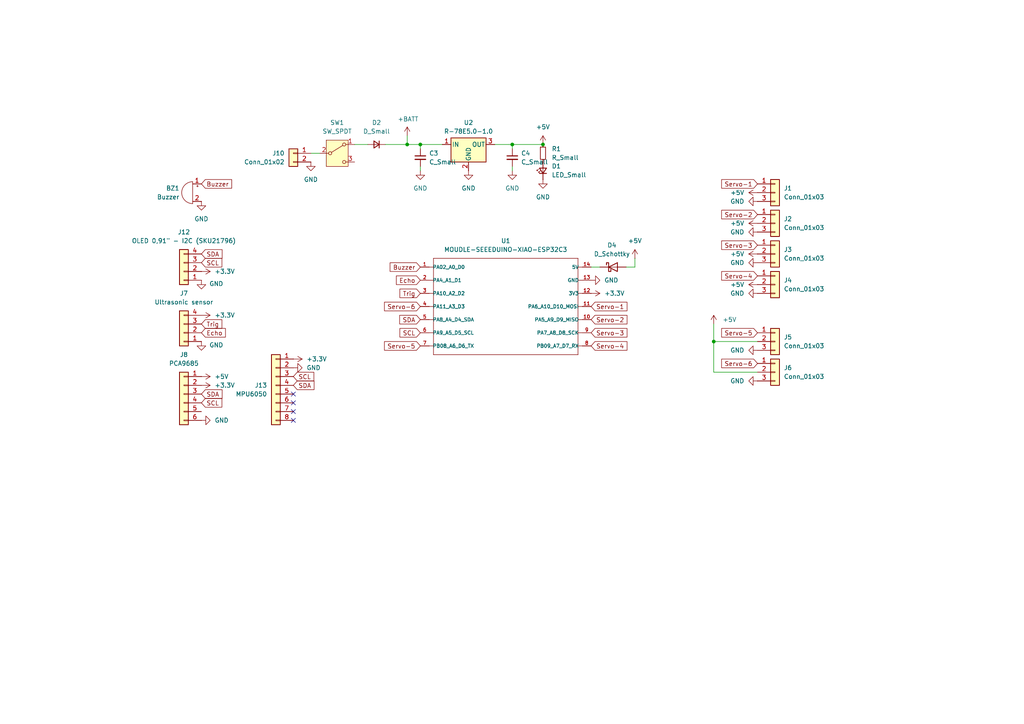
<source format=kicad_sch>
(kicad_sch
	(version 20231120)
	(generator "eeschema")
	(generator_version "8.0")
	(uuid "d2682c99-4285-4c0b-9e61-08b763b3ce0d")
	(paper "A4")
	(lib_symbols
		(symbol "Connector_Generic:Conn_01x02"
			(pin_names
				(offset 1.016) hide)
			(exclude_from_sim no)
			(in_bom yes)
			(on_board yes)
			(property "Reference" "J"
				(at 0 2.54 0)
				(effects
					(font
						(size 1.27 1.27)
					)
				)
			)
			(property "Value" "Conn_01x02"
				(at 0 -5.08 0)
				(effects
					(font
						(size 1.27 1.27)
					)
				)
			)
			(property "Footprint" ""
				(at 0 0 0)
				(effects
					(font
						(size 1.27 1.27)
					)
					(hide yes)
				)
			)
			(property "Datasheet" "~"
				(at 0 0 0)
				(effects
					(font
						(size 1.27 1.27)
					)
					(hide yes)
				)
			)
			(property "Description" "Generic connector, single row, 01x02, script generated (kicad-library-utils/schlib/autogen/connector/)"
				(at 0 0 0)
				(effects
					(font
						(size 1.27 1.27)
					)
					(hide yes)
				)
			)
			(property "ki_keywords" "connector"
				(at 0 0 0)
				(effects
					(font
						(size 1.27 1.27)
					)
					(hide yes)
				)
			)
			(property "ki_fp_filters" "Connector*:*_1x??_*"
				(at 0 0 0)
				(effects
					(font
						(size 1.27 1.27)
					)
					(hide yes)
				)
			)
			(symbol "Conn_01x02_1_1"
				(rectangle
					(start -1.27 -2.413)
					(end 0 -2.667)
					(stroke
						(width 0.1524)
						(type default)
					)
					(fill
						(type none)
					)
				)
				(rectangle
					(start -1.27 0.127)
					(end 0 -0.127)
					(stroke
						(width 0.1524)
						(type default)
					)
					(fill
						(type none)
					)
				)
				(rectangle
					(start -1.27 1.27)
					(end 1.27 -3.81)
					(stroke
						(width 0.254)
						(type default)
					)
					(fill
						(type background)
					)
				)
				(pin passive line
					(at -5.08 0 0)
					(length 3.81)
					(name "Pin_1"
						(effects
							(font
								(size 1.27 1.27)
							)
						)
					)
					(number "1"
						(effects
							(font
								(size 1.27 1.27)
							)
						)
					)
				)
				(pin passive line
					(at -5.08 -2.54 0)
					(length 3.81)
					(name "Pin_2"
						(effects
							(font
								(size 1.27 1.27)
							)
						)
					)
					(number "2"
						(effects
							(font
								(size 1.27 1.27)
							)
						)
					)
				)
			)
		)
		(symbol "Connector_Generic:Conn_01x03"
			(pin_names
				(offset 1.016) hide)
			(exclude_from_sim no)
			(in_bom yes)
			(on_board yes)
			(property "Reference" "J"
				(at 0 5.08 0)
				(effects
					(font
						(size 1.27 1.27)
					)
				)
			)
			(property "Value" "Conn_01x03"
				(at 0 -5.08 0)
				(effects
					(font
						(size 1.27 1.27)
					)
				)
			)
			(property "Footprint" ""
				(at 0 0 0)
				(effects
					(font
						(size 1.27 1.27)
					)
					(hide yes)
				)
			)
			(property "Datasheet" "~"
				(at 0 0 0)
				(effects
					(font
						(size 1.27 1.27)
					)
					(hide yes)
				)
			)
			(property "Description" "Generic connector, single row, 01x03, script generated (kicad-library-utils/schlib/autogen/connector/)"
				(at 0 0 0)
				(effects
					(font
						(size 1.27 1.27)
					)
					(hide yes)
				)
			)
			(property "ki_keywords" "connector"
				(at 0 0 0)
				(effects
					(font
						(size 1.27 1.27)
					)
					(hide yes)
				)
			)
			(property "ki_fp_filters" "Connector*:*_1x??_*"
				(at 0 0 0)
				(effects
					(font
						(size 1.27 1.27)
					)
					(hide yes)
				)
			)
			(symbol "Conn_01x03_1_1"
				(rectangle
					(start -1.27 -2.413)
					(end 0 -2.667)
					(stroke
						(width 0.1524)
						(type default)
					)
					(fill
						(type none)
					)
				)
				(rectangle
					(start -1.27 0.127)
					(end 0 -0.127)
					(stroke
						(width 0.1524)
						(type default)
					)
					(fill
						(type none)
					)
				)
				(rectangle
					(start -1.27 2.667)
					(end 0 2.413)
					(stroke
						(width 0.1524)
						(type default)
					)
					(fill
						(type none)
					)
				)
				(rectangle
					(start -1.27 3.81)
					(end 1.27 -3.81)
					(stroke
						(width 0.254)
						(type default)
					)
					(fill
						(type background)
					)
				)
				(pin passive line
					(at -5.08 2.54 0)
					(length 3.81)
					(name "Pin_1"
						(effects
							(font
								(size 1.27 1.27)
							)
						)
					)
					(number "1"
						(effects
							(font
								(size 1.27 1.27)
							)
						)
					)
				)
				(pin passive line
					(at -5.08 0 0)
					(length 3.81)
					(name "Pin_2"
						(effects
							(font
								(size 1.27 1.27)
							)
						)
					)
					(number "2"
						(effects
							(font
								(size 1.27 1.27)
							)
						)
					)
				)
				(pin passive line
					(at -5.08 -2.54 0)
					(length 3.81)
					(name "Pin_3"
						(effects
							(font
								(size 1.27 1.27)
							)
						)
					)
					(number "3"
						(effects
							(font
								(size 1.27 1.27)
							)
						)
					)
				)
			)
		)
		(symbol "Connector_Generic:Conn_01x04"
			(pin_names
				(offset 1.016) hide)
			(exclude_from_sim no)
			(in_bom yes)
			(on_board yes)
			(property "Reference" "J"
				(at 0 5.08 0)
				(effects
					(font
						(size 1.27 1.27)
					)
				)
			)
			(property "Value" "Conn_01x04"
				(at 0 -7.62 0)
				(effects
					(font
						(size 1.27 1.27)
					)
				)
			)
			(property "Footprint" ""
				(at 0 0 0)
				(effects
					(font
						(size 1.27 1.27)
					)
					(hide yes)
				)
			)
			(property "Datasheet" "~"
				(at 0 0 0)
				(effects
					(font
						(size 1.27 1.27)
					)
					(hide yes)
				)
			)
			(property "Description" "Generic connector, single row, 01x04, script generated (kicad-library-utils/schlib/autogen/connector/)"
				(at 0 0 0)
				(effects
					(font
						(size 1.27 1.27)
					)
					(hide yes)
				)
			)
			(property "ki_keywords" "connector"
				(at 0 0 0)
				(effects
					(font
						(size 1.27 1.27)
					)
					(hide yes)
				)
			)
			(property "ki_fp_filters" "Connector*:*_1x??_*"
				(at 0 0 0)
				(effects
					(font
						(size 1.27 1.27)
					)
					(hide yes)
				)
			)
			(symbol "Conn_01x04_1_1"
				(rectangle
					(start -1.27 -4.953)
					(end 0 -5.207)
					(stroke
						(width 0.1524)
						(type default)
					)
					(fill
						(type none)
					)
				)
				(rectangle
					(start -1.27 -2.413)
					(end 0 -2.667)
					(stroke
						(width 0.1524)
						(type default)
					)
					(fill
						(type none)
					)
				)
				(rectangle
					(start -1.27 0.127)
					(end 0 -0.127)
					(stroke
						(width 0.1524)
						(type default)
					)
					(fill
						(type none)
					)
				)
				(rectangle
					(start -1.27 2.667)
					(end 0 2.413)
					(stroke
						(width 0.1524)
						(type default)
					)
					(fill
						(type none)
					)
				)
				(rectangle
					(start -1.27 3.81)
					(end 1.27 -6.35)
					(stroke
						(width 0.254)
						(type default)
					)
					(fill
						(type background)
					)
				)
				(pin passive line
					(at -5.08 2.54 0)
					(length 3.81)
					(name "Pin_1"
						(effects
							(font
								(size 1.27 1.27)
							)
						)
					)
					(number "1"
						(effects
							(font
								(size 1.27 1.27)
							)
						)
					)
				)
				(pin passive line
					(at -5.08 0 0)
					(length 3.81)
					(name "Pin_2"
						(effects
							(font
								(size 1.27 1.27)
							)
						)
					)
					(number "2"
						(effects
							(font
								(size 1.27 1.27)
							)
						)
					)
				)
				(pin passive line
					(at -5.08 -2.54 0)
					(length 3.81)
					(name "Pin_3"
						(effects
							(font
								(size 1.27 1.27)
							)
						)
					)
					(number "3"
						(effects
							(font
								(size 1.27 1.27)
							)
						)
					)
				)
				(pin passive line
					(at -5.08 -5.08 0)
					(length 3.81)
					(name "Pin_4"
						(effects
							(font
								(size 1.27 1.27)
							)
						)
					)
					(number "4"
						(effects
							(font
								(size 1.27 1.27)
							)
						)
					)
				)
			)
		)
		(symbol "Connector_Generic:Conn_01x06"
			(pin_names
				(offset 1.016) hide)
			(exclude_from_sim no)
			(in_bom yes)
			(on_board yes)
			(property "Reference" "J"
				(at 0 7.62 0)
				(effects
					(font
						(size 1.27 1.27)
					)
				)
			)
			(property "Value" "Conn_01x06"
				(at 0 -10.16 0)
				(effects
					(font
						(size 1.27 1.27)
					)
				)
			)
			(property "Footprint" ""
				(at 0 0 0)
				(effects
					(font
						(size 1.27 1.27)
					)
					(hide yes)
				)
			)
			(property "Datasheet" "~"
				(at 0 0 0)
				(effects
					(font
						(size 1.27 1.27)
					)
					(hide yes)
				)
			)
			(property "Description" "Generic connector, single row, 01x06, script generated (kicad-library-utils/schlib/autogen/connector/)"
				(at 0 0 0)
				(effects
					(font
						(size 1.27 1.27)
					)
					(hide yes)
				)
			)
			(property "ki_keywords" "connector"
				(at 0 0 0)
				(effects
					(font
						(size 1.27 1.27)
					)
					(hide yes)
				)
			)
			(property "ki_fp_filters" "Connector*:*_1x??_*"
				(at 0 0 0)
				(effects
					(font
						(size 1.27 1.27)
					)
					(hide yes)
				)
			)
			(symbol "Conn_01x06_1_1"
				(rectangle
					(start -1.27 -7.493)
					(end 0 -7.747)
					(stroke
						(width 0.1524)
						(type default)
					)
					(fill
						(type none)
					)
				)
				(rectangle
					(start -1.27 -4.953)
					(end 0 -5.207)
					(stroke
						(width 0.1524)
						(type default)
					)
					(fill
						(type none)
					)
				)
				(rectangle
					(start -1.27 -2.413)
					(end 0 -2.667)
					(stroke
						(width 0.1524)
						(type default)
					)
					(fill
						(type none)
					)
				)
				(rectangle
					(start -1.27 0.127)
					(end 0 -0.127)
					(stroke
						(width 0.1524)
						(type default)
					)
					(fill
						(type none)
					)
				)
				(rectangle
					(start -1.27 2.667)
					(end 0 2.413)
					(stroke
						(width 0.1524)
						(type default)
					)
					(fill
						(type none)
					)
				)
				(rectangle
					(start -1.27 5.207)
					(end 0 4.953)
					(stroke
						(width 0.1524)
						(type default)
					)
					(fill
						(type none)
					)
				)
				(rectangle
					(start -1.27 6.35)
					(end 1.27 -8.89)
					(stroke
						(width 0.254)
						(type default)
					)
					(fill
						(type background)
					)
				)
				(pin passive line
					(at -5.08 5.08 0)
					(length 3.81)
					(name "Pin_1"
						(effects
							(font
								(size 1.27 1.27)
							)
						)
					)
					(number "1"
						(effects
							(font
								(size 1.27 1.27)
							)
						)
					)
				)
				(pin passive line
					(at -5.08 2.54 0)
					(length 3.81)
					(name "Pin_2"
						(effects
							(font
								(size 1.27 1.27)
							)
						)
					)
					(number "2"
						(effects
							(font
								(size 1.27 1.27)
							)
						)
					)
				)
				(pin passive line
					(at -5.08 0 0)
					(length 3.81)
					(name "Pin_3"
						(effects
							(font
								(size 1.27 1.27)
							)
						)
					)
					(number "3"
						(effects
							(font
								(size 1.27 1.27)
							)
						)
					)
				)
				(pin passive line
					(at -5.08 -2.54 0)
					(length 3.81)
					(name "Pin_4"
						(effects
							(font
								(size 1.27 1.27)
							)
						)
					)
					(number "4"
						(effects
							(font
								(size 1.27 1.27)
							)
						)
					)
				)
				(pin passive line
					(at -5.08 -5.08 0)
					(length 3.81)
					(name "Pin_5"
						(effects
							(font
								(size 1.27 1.27)
							)
						)
					)
					(number "5"
						(effects
							(font
								(size 1.27 1.27)
							)
						)
					)
				)
				(pin passive line
					(at -5.08 -7.62 0)
					(length 3.81)
					(name "Pin_6"
						(effects
							(font
								(size 1.27 1.27)
							)
						)
					)
					(number "6"
						(effects
							(font
								(size 1.27 1.27)
							)
						)
					)
				)
			)
		)
		(symbol "Connector_Generic:Conn_01x08"
			(pin_names
				(offset 1.016) hide)
			(exclude_from_sim no)
			(in_bom yes)
			(on_board yes)
			(property "Reference" "J"
				(at 0 10.16 0)
				(effects
					(font
						(size 1.27 1.27)
					)
				)
			)
			(property "Value" "Conn_01x08"
				(at 0 -12.7 0)
				(effects
					(font
						(size 1.27 1.27)
					)
				)
			)
			(property "Footprint" ""
				(at 0 0 0)
				(effects
					(font
						(size 1.27 1.27)
					)
					(hide yes)
				)
			)
			(property "Datasheet" "~"
				(at 0 0 0)
				(effects
					(font
						(size 1.27 1.27)
					)
					(hide yes)
				)
			)
			(property "Description" "Generic connector, single row, 01x08, script generated (kicad-library-utils/schlib/autogen/connector/)"
				(at 0 0 0)
				(effects
					(font
						(size 1.27 1.27)
					)
					(hide yes)
				)
			)
			(property "ki_keywords" "connector"
				(at 0 0 0)
				(effects
					(font
						(size 1.27 1.27)
					)
					(hide yes)
				)
			)
			(property "ki_fp_filters" "Connector*:*_1x??_*"
				(at 0 0 0)
				(effects
					(font
						(size 1.27 1.27)
					)
					(hide yes)
				)
			)
			(symbol "Conn_01x08_1_1"
				(rectangle
					(start -1.27 -10.033)
					(end 0 -10.287)
					(stroke
						(width 0.1524)
						(type default)
					)
					(fill
						(type none)
					)
				)
				(rectangle
					(start -1.27 -7.493)
					(end 0 -7.747)
					(stroke
						(width 0.1524)
						(type default)
					)
					(fill
						(type none)
					)
				)
				(rectangle
					(start -1.27 -4.953)
					(end 0 -5.207)
					(stroke
						(width 0.1524)
						(type default)
					)
					(fill
						(type none)
					)
				)
				(rectangle
					(start -1.27 -2.413)
					(end 0 -2.667)
					(stroke
						(width 0.1524)
						(type default)
					)
					(fill
						(type none)
					)
				)
				(rectangle
					(start -1.27 0.127)
					(end 0 -0.127)
					(stroke
						(width 0.1524)
						(type default)
					)
					(fill
						(type none)
					)
				)
				(rectangle
					(start -1.27 2.667)
					(end 0 2.413)
					(stroke
						(width 0.1524)
						(type default)
					)
					(fill
						(type none)
					)
				)
				(rectangle
					(start -1.27 5.207)
					(end 0 4.953)
					(stroke
						(width 0.1524)
						(type default)
					)
					(fill
						(type none)
					)
				)
				(rectangle
					(start -1.27 7.747)
					(end 0 7.493)
					(stroke
						(width 0.1524)
						(type default)
					)
					(fill
						(type none)
					)
				)
				(rectangle
					(start -1.27 8.89)
					(end 1.27 -11.43)
					(stroke
						(width 0.254)
						(type default)
					)
					(fill
						(type background)
					)
				)
				(pin passive line
					(at -5.08 7.62 0)
					(length 3.81)
					(name "Pin_1"
						(effects
							(font
								(size 1.27 1.27)
							)
						)
					)
					(number "1"
						(effects
							(font
								(size 1.27 1.27)
							)
						)
					)
				)
				(pin passive line
					(at -5.08 5.08 0)
					(length 3.81)
					(name "Pin_2"
						(effects
							(font
								(size 1.27 1.27)
							)
						)
					)
					(number "2"
						(effects
							(font
								(size 1.27 1.27)
							)
						)
					)
				)
				(pin passive line
					(at -5.08 2.54 0)
					(length 3.81)
					(name "Pin_3"
						(effects
							(font
								(size 1.27 1.27)
							)
						)
					)
					(number "3"
						(effects
							(font
								(size 1.27 1.27)
							)
						)
					)
				)
				(pin passive line
					(at -5.08 0 0)
					(length 3.81)
					(name "Pin_4"
						(effects
							(font
								(size 1.27 1.27)
							)
						)
					)
					(number "4"
						(effects
							(font
								(size 1.27 1.27)
							)
						)
					)
				)
				(pin passive line
					(at -5.08 -2.54 0)
					(length 3.81)
					(name "Pin_5"
						(effects
							(font
								(size 1.27 1.27)
							)
						)
					)
					(number "5"
						(effects
							(font
								(size 1.27 1.27)
							)
						)
					)
				)
				(pin passive line
					(at -5.08 -5.08 0)
					(length 3.81)
					(name "Pin_6"
						(effects
							(font
								(size 1.27 1.27)
							)
						)
					)
					(number "6"
						(effects
							(font
								(size 1.27 1.27)
							)
						)
					)
				)
				(pin passive line
					(at -5.08 -7.62 0)
					(length 3.81)
					(name "Pin_7"
						(effects
							(font
								(size 1.27 1.27)
							)
						)
					)
					(number "7"
						(effects
							(font
								(size 1.27 1.27)
							)
						)
					)
				)
				(pin passive line
					(at -5.08 -10.16 0)
					(length 3.81)
					(name "Pin_8"
						(effects
							(font
								(size 1.27 1.27)
							)
						)
					)
					(number "8"
						(effects
							(font
								(size 1.27 1.27)
							)
						)
					)
				)
			)
		)
		(symbol "Device:Buzzer"
			(pin_names
				(offset 0.0254) hide)
			(exclude_from_sim no)
			(in_bom yes)
			(on_board yes)
			(property "Reference" "BZ"
				(at 3.81 1.27 0)
				(effects
					(font
						(size 1.27 1.27)
					)
					(justify left)
				)
			)
			(property "Value" "Buzzer"
				(at 3.81 -1.27 0)
				(effects
					(font
						(size 1.27 1.27)
					)
					(justify left)
				)
			)
			(property "Footprint" ""
				(at -0.635 2.54 90)
				(effects
					(font
						(size 1.27 1.27)
					)
					(hide yes)
				)
			)
			(property "Datasheet" "~"
				(at -0.635 2.54 90)
				(effects
					(font
						(size 1.27 1.27)
					)
					(hide yes)
				)
			)
			(property "Description" "Buzzer, polarized"
				(at 0 0 0)
				(effects
					(font
						(size 1.27 1.27)
					)
					(hide yes)
				)
			)
			(property "ki_keywords" "quartz resonator ceramic"
				(at 0 0 0)
				(effects
					(font
						(size 1.27 1.27)
					)
					(hide yes)
				)
			)
			(property "ki_fp_filters" "*Buzzer*"
				(at 0 0 0)
				(effects
					(font
						(size 1.27 1.27)
					)
					(hide yes)
				)
			)
			(symbol "Buzzer_0_1"
				(arc
					(start 0 -3.175)
					(mid 3.1612 0)
					(end 0 3.175)
					(stroke
						(width 0)
						(type default)
					)
					(fill
						(type none)
					)
				)
				(polyline
					(pts
						(xy -1.651 1.905) (xy -1.143 1.905)
					)
					(stroke
						(width 0)
						(type default)
					)
					(fill
						(type none)
					)
				)
				(polyline
					(pts
						(xy -1.397 2.159) (xy -1.397 1.651)
					)
					(stroke
						(width 0)
						(type default)
					)
					(fill
						(type none)
					)
				)
				(polyline
					(pts
						(xy 0 3.175) (xy 0 -3.175)
					)
					(stroke
						(width 0)
						(type default)
					)
					(fill
						(type none)
					)
				)
			)
			(symbol "Buzzer_1_1"
				(pin passive line
					(at -2.54 2.54 0)
					(length 2.54)
					(name "+"
						(effects
							(font
								(size 1.27 1.27)
							)
						)
					)
					(number "1"
						(effects
							(font
								(size 1.27 1.27)
							)
						)
					)
				)
				(pin passive line
					(at -2.54 -2.54 0)
					(length 2.54)
					(name "-"
						(effects
							(font
								(size 1.27 1.27)
							)
						)
					)
					(number "2"
						(effects
							(font
								(size 1.27 1.27)
							)
						)
					)
				)
			)
		)
		(symbol "Device:C_Small"
			(pin_numbers hide)
			(pin_names
				(offset 0.254) hide)
			(exclude_from_sim no)
			(in_bom yes)
			(on_board yes)
			(property "Reference" "C"
				(at 0.254 1.778 0)
				(effects
					(font
						(size 1.27 1.27)
					)
					(justify left)
				)
			)
			(property "Value" "C_Small"
				(at 0.254 -2.032 0)
				(effects
					(font
						(size 1.27 1.27)
					)
					(justify left)
				)
			)
			(property "Footprint" ""
				(at 0 0 0)
				(effects
					(font
						(size 1.27 1.27)
					)
					(hide yes)
				)
			)
			(property "Datasheet" "~"
				(at 0 0 0)
				(effects
					(font
						(size 1.27 1.27)
					)
					(hide yes)
				)
			)
			(property "Description" "Unpolarized capacitor, small symbol"
				(at 0 0 0)
				(effects
					(font
						(size 1.27 1.27)
					)
					(hide yes)
				)
			)
			(property "ki_keywords" "capacitor cap"
				(at 0 0 0)
				(effects
					(font
						(size 1.27 1.27)
					)
					(hide yes)
				)
			)
			(property "ki_fp_filters" "C_*"
				(at 0 0 0)
				(effects
					(font
						(size 1.27 1.27)
					)
					(hide yes)
				)
			)
			(symbol "C_Small_0_1"
				(polyline
					(pts
						(xy -1.524 -0.508) (xy 1.524 -0.508)
					)
					(stroke
						(width 0.3302)
						(type default)
					)
					(fill
						(type none)
					)
				)
				(polyline
					(pts
						(xy -1.524 0.508) (xy 1.524 0.508)
					)
					(stroke
						(width 0.3048)
						(type default)
					)
					(fill
						(type none)
					)
				)
			)
			(symbol "C_Small_1_1"
				(pin passive line
					(at 0 2.54 270)
					(length 2.032)
					(name "~"
						(effects
							(font
								(size 1.27 1.27)
							)
						)
					)
					(number "1"
						(effects
							(font
								(size 1.27 1.27)
							)
						)
					)
				)
				(pin passive line
					(at 0 -2.54 90)
					(length 2.032)
					(name "~"
						(effects
							(font
								(size 1.27 1.27)
							)
						)
					)
					(number "2"
						(effects
							(font
								(size 1.27 1.27)
							)
						)
					)
				)
			)
		)
		(symbol "Device:D_Schottky"
			(pin_numbers hide)
			(pin_names
				(offset 1.016) hide)
			(exclude_from_sim no)
			(in_bom yes)
			(on_board yes)
			(property "Reference" "D"
				(at 0 2.54 0)
				(effects
					(font
						(size 1.27 1.27)
					)
				)
			)
			(property "Value" "D_Schottky"
				(at 0 -2.54 0)
				(effects
					(font
						(size 1.27 1.27)
					)
				)
			)
			(property "Footprint" ""
				(at 0 0 0)
				(effects
					(font
						(size 1.27 1.27)
					)
					(hide yes)
				)
			)
			(property "Datasheet" "~"
				(at 0 0 0)
				(effects
					(font
						(size 1.27 1.27)
					)
					(hide yes)
				)
			)
			(property "Description" "Schottky diode"
				(at 0 0 0)
				(effects
					(font
						(size 1.27 1.27)
					)
					(hide yes)
				)
			)
			(property "ki_keywords" "diode Schottky"
				(at 0 0 0)
				(effects
					(font
						(size 1.27 1.27)
					)
					(hide yes)
				)
			)
			(property "ki_fp_filters" "TO-???* *_Diode_* *SingleDiode* D_*"
				(at 0 0 0)
				(effects
					(font
						(size 1.27 1.27)
					)
					(hide yes)
				)
			)
			(symbol "D_Schottky_0_1"
				(polyline
					(pts
						(xy 1.27 0) (xy -1.27 0)
					)
					(stroke
						(width 0)
						(type default)
					)
					(fill
						(type none)
					)
				)
				(polyline
					(pts
						(xy 1.27 1.27) (xy 1.27 -1.27) (xy -1.27 0) (xy 1.27 1.27)
					)
					(stroke
						(width 0.254)
						(type default)
					)
					(fill
						(type none)
					)
				)
				(polyline
					(pts
						(xy -1.905 0.635) (xy -1.905 1.27) (xy -1.27 1.27) (xy -1.27 -1.27) (xy -0.635 -1.27) (xy -0.635 -0.635)
					)
					(stroke
						(width 0.254)
						(type default)
					)
					(fill
						(type none)
					)
				)
			)
			(symbol "D_Schottky_1_1"
				(pin passive line
					(at -3.81 0 0)
					(length 2.54)
					(name "K"
						(effects
							(font
								(size 1.27 1.27)
							)
						)
					)
					(number "1"
						(effects
							(font
								(size 1.27 1.27)
							)
						)
					)
				)
				(pin passive line
					(at 3.81 0 180)
					(length 2.54)
					(name "A"
						(effects
							(font
								(size 1.27 1.27)
							)
						)
					)
					(number "2"
						(effects
							(font
								(size 1.27 1.27)
							)
						)
					)
				)
			)
		)
		(symbol "Device:D_Small"
			(pin_numbers hide)
			(pin_names
				(offset 0.254) hide)
			(exclude_from_sim no)
			(in_bom yes)
			(on_board yes)
			(property "Reference" "D"
				(at -1.27 2.032 0)
				(effects
					(font
						(size 1.27 1.27)
					)
					(justify left)
				)
			)
			(property "Value" "D_Small"
				(at -3.81 -2.032 0)
				(effects
					(font
						(size 1.27 1.27)
					)
					(justify left)
				)
			)
			(property "Footprint" ""
				(at 0 0 90)
				(effects
					(font
						(size 1.27 1.27)
					)
					(hide yes)
				)
			)
			(property "Datasheet" "~"
				(at 0 0 90)
				(effects
					(font
						(size 1.27 1.27)
					)
					(hide yes)
				)
			)
			(property "Description" "Diode, small symbol"
				(at 0 0 0)
				(effects
					(font
						(size 1.27 1.27)
					)
					(hide yes)
				)
			)
			(property "Sim.Device" "D"
				(at 0 0 0)
				(effects
					(font
						(size 1.27 1.27)
					)
					(hide yes)
				)
			)
			(property "Sim.Pins" "1=K 2=A"
				(at 0 0 0)
				(effects
					(font
						(size 1.27 1.27)
					)
					(hide yes)
				)
			)
			(property "ki_keywords" "diode"
				(at 0 0 0)
				(effects
					(font
						(size 1.27 1.27)
					)
					(hide yes)
				)
			)
			(property "ki_fp_filters" "TO-???* *_Diode_* *SingleDiode* D_*"
				(at 0 0 0)
				(effects
					(font
						(size 1.27 1.27)
					)
					(hide yes)
				)
			)
			(symbol "D_Small_0_1"
				(polyline
					(pts
						(xy -0.762 -1.016) (xy -0.762 1.016)
					)
					(stroke
						(width 0.254)
						(type default)
					)
					(fill
						(type none)
					)
				)
				(polyline
					(pts
						(xy -0.762 0) (xy 0.762 0)
					)
					(stroke
						(width 0)
						(type default)
					)
					(fill
						(type none)
					)
				)
				(polyline
					(pts
						(xy 0.762 -1.016) (xy -0.762 0) (xy 0.762 1.016) (xy 0.762 -1.016)
					)
					(stroke
						(width 0.254)
						(type default)
					)
					(fill
						(type none)
					)
				)
			)
			(symbol "D_Small_1_1"
				(pin passive line
					(at -2.54 0 0)
					(length 1.778)
					(name "K"
						(effects
							(font
								(size 1.27 1.27)
							)
						)
					)
					(number "1"
						(effects
							(font
								(size 1.27 1.27)
							)
						)
					)
				)
				(pin passive line
					(at 2.54 0 180)
					(length 1.778)
					(name "A"
						(effects
							(font
								(size 1.27 1.27)
							)
						)
					)
					(number "2"
						(effects
							(font
								(size 1.27 1.27)
							)
						)
					)
				)
			)
		)
		(symbol "Device:LED_Small"
			(pin_numbers hide)
			(pin_names
				(offset 0.254) hide)
			(exclude_from_sim no)
			(in_bom yes)
			(on_board yes)
			(property "Reference" "D"
				(at -1.27 3.175 0)
				(effects
					(font
						(size 1.27 1.27)
					)
					(justify left)
				)
			)
			(property "Value" "LED_Small"
				(at -4.445 -2.54 0)
				(effects
					(font
						(size 1.27 1.27)
					)
					(justify left)
				)
			)
			(property "Footprint" ""
				(at 0 0 90)
				(effects
					(font
						(size 1.27 1.27)
					)
					(hide yes)
				)
			)
			(property "Datasheet" "~"
				(at 0 0 90)
				(effects
					(font
						(size 1.27 1.27)
					)
					(hide yes)
				)
			)
			(property "Description" "Light emitting diode, small symbol"
				(at 0 0 0)
				(effects
					(font
						(size 1.27 1.27)
					)
					(hide yes)
				)
			)
			(property "ki_keywords" "LED diode light-emitting-diode"
				(at 0 0 0)
				(effects
					(font
						(size 1.27 1.27)
					)
					(hide yes)
				)
			)
			(property "ki_fp_filters" "LED* LED_SMD:* LED_THT:*"
				(at 0 0 0)
				(effects
					(font
						(size 1.27 1.27)
					)
					(hide yes)
				)
			)
			(symbol "LED_Small_0_1"
				(polyline
					(pts
						(xy -0.762 -1.016) (xy -0.762 1.016)
					)
					(stroke
						(width 0.254)
						(type default)
					)
					(fill
						(type none)
					)
				)
				(polyline
					(pts
						(xy 1.016 0) (xy -0.762 0)
					)
					(stroke
						(width 0)
						(type default)
					)
					(fill
						(type none)
					)
				)
				(polyline
					(pts
						(xy 0.762 -1.016) (xy -0.762 0) (xy 0.762 1.016) (xy 0.762 -1.016)
					)
					(stroke
						(width 0.254)
						(type default)
					)
					(fill
						(type none)
					)
				)
				(polyline
					(pts
						(xy 0 0.762) (xy -0.508 1.27) (xy -0.254 1.27) (xy -0.508 1.27) (xy -0.508 1.016)
					)
					(stroke
						(width 0)
						(type default)
					)
					(fill
						(type none)
					)
				)
				(polyline
					(pts
						(xy 0.508 1.27) (xy 0 1.778) (xy 0.254 1.778) (xy 0 1.778) (xy 0 1.524)
					)
					(stroke
						(width 0)
						(type default)
					)
					(fill
						(type none)
					)
				)
			)
			(symbol "LED_Small_1_1"
				(pin passive line
					(at -2.54 0 0)
					(length 1.778)
					(name "K"
						(effects
							(font
								(size 1.27 1.27)
							)
						)
					)
					(number "1"
						(effects
							(font
								(size 1.27 1.27)
							)
						)
					)
				)
				(pin passive line
					(at 2.54 0 180)
					(length 1.778)
					(name "A"
						(effects
							(font
								(size 1.27 1.27)
							)
						)
					)
					(number "2"
						(effects
							(font
								(size 1.27 1.27)
							)
						)
					)
				)
			)
		)
		(symbol "Device:R_Small"
			(pin_numbers hide)
			(pin_names
				(offset 0.254) hide)
			(exclude_from_sim no)
			(in_bom yes)
			(on_board yes)
			(property "Reference" "R"
				(at 0.762 0.508 0)
				(effects
					(font
						(size 1.27 1.27)
					)
					(justify left)
				)
			)
			(property "Value" "R_Small"
				(at 0.762 -1.016 0)
				(effects
					(font
						(size 1.27 1.27)
					)
					(justify left)
				)
			)
			(property "Footprint" ""
				(at 0 0 0)
				(effects
					(font
						(size 1.27 1.27)
					)
					(hide yes)
				)
			)
			(property "Datasheet" "~"
				(at 0 0 0)
				(effects
					(font
						(size 1.27 1.27)
					)
					(hide yes)
				)
			)
			(property "Description" "Resistor, small symbol"
				(at 0 0 0)
				(effects
					(font
						(size 1.27 1.27)
					)
					(hide yes)
				)
			)
			(property "ki_keywords" "R resistor"
				(at 0 0 0)
				(effects
					(font
						(size 1.27 1.27)
					)
					(hide yes)
				)
			)
			(property "ki_fp_filters" "R_*"
				(at 0 0 0)
				(effects
					(font
						(size 1.27 1.27)
					)
					(hide yes)
				)
			)
			(symbol "R_Small_0_1"
				(rectangle
					(start -0.762 1.778)
					(end 0.762 -1.778)
					(stroke
						(width 0.2032)
						(type default)
					)
					(fill
						(type none)
					)
				)
			)
			(symbol "R_Small_1_1"
				(pin passive line
					(at 0 2.54 270)
					(length 0.762)
					(name "~"
						(effects
							(font
								(size 1.27 1.27)
							)
						)
					)
					(number "1"
						(effects
							(font
								(size 1.27 1.27)
							)
						)
					)
				)
				(pin passive line
					(at 0 -2.54 90)
					(length 0.762)
					(name "~"
						(effects
							(font
								(size 1.27 1.27)
							)
						)
					)
					(number "2"
						(effects
							(font
								(size 1.27 1.27)
							)
						)
					)
				)
			)
		)
		(symbol "MOUDLE-SEEEDUINO-XIAO-ESP32C3:MOUDLE-SEEEDUINO-XIAO-ESP32C3"
			(pin_names
				(offset 1.016)
			)
			(exclude_from_sim no)
			(in_bom yes)
			(on_board yes)
			(property "Reference" "U"
				(at -21.59 15.24 0)
				(effects
					(font
						(size 1.27 1.27)
					)
					(justify left bottom)
				)
			)
			(property "Value" "MOUDLE-SEEEDUINO-XIAO-ESP32C3"
				(at -21.59 13.97 0)
				(effects
					(font
						(size 1.27 1.27)
					)
					(justify left bottom)
				)
			)
			(property "Footprint" "MOUDLE14P-SMD-2.54-21X17.8MM"
				(at 0 0 0)
				(effects
					(font
						(size 1.27 1.27)
					)
					(justify bottom)
					(hide yes)
				)
			)
			(property "Datasheet" ""
				(at 0 0 0)
				(effects
					(font
						(size 1.27 1.27)
					)
					(hide yes)
				)
			)
			(property "Description" ""
				(at 0 0 0)
				(effects
					(font
						(size 1.27 1.27)
					)
					(hide yes)
				)
			)
			(symbol "MOUDLE-SEEEDUINO-XIAO-ESP32C3_0_0"
				(polyline
					(pts
						(xy -21.59 -13.97) (xy -21.59 0)
					)
					(stroke
						(width 0.1524)
						(type default)
					)
					(fill
						(type none)
					)
				)
				(polyline
					(pts
						(xy -21.59 -11.43) (xy -22.86 -11.43)
					)
					(stroke
						(width 0.1524)
						(type default)
					)
					(fill
						(type none)
					)
				)
				(polyline
					(pts
						(xy -21.59 -7.62) (xy -22.86 -7.62)
					)
					(stroke
						(width 0.1524)
						(type default)
					)
					(fill
						(type none)
					)
				)
				(polyline
					(pts
						(xy -21.59 -3.81) (xy -22.86 -3.81)
					)
					(stroke
						(width 0.1524)
						(type default)
					)
					(fill
						(type none)
					)
				)
				(polyline
					(pts
						(xy -21.59 0) (xy -22.86 0)
					)
					(stroke
						(width 0.1524)
						(type default)
					)
					(fill
						(type none)
					)
				)
				(polyline
					(pts
						(xy -21.59 0) (xy -21.59 3.81)
					)
					(stroke
						(width 0.1524)
						(type default)
					)
					(fill
						(type none)
					)
				)
				(polyline
					(pts
						(xy -21.59 3.81) (xy -22.86 3.81)
					)
					(stroke
						(width 0.1524)
						(type default)
					)
					(fill
						(type none)
					)
				)
				(polyline
					(pts
						(xy -21.59 3.81) (xy -21.59 7.62)
					)
					(stroke
						(width 0.1524)
						(type default)
					)
					(fill
						(type none)
					)
				)
				(polyline
					(pts
						(xy -21.59 7.62) (xy -22.86 7.62)
					)
					(stroke
						(width 0.1524)
						(type default)
					)
					(fill
						(type none)
					)
				)
				(polyline
					(pts
						(xy -21.59 7.62) (xy -21.59 11.43)
					)
					(stroke
						(width 0.1524)
						(type default)
					)
					(fill
						(type none)
					)
				)
				(polyline
					(pts
						(xy -21.59 11.43) (xy -22.86 11.43)
					)
					(stroke
						(width 0.1524)
						(type default)
					)
					(fill
						(type none)
					)
				)
				(polyline
					(pts
						(xy -21.59 11.43) (xy -21.59 13.97)
					)
					(stroke
						(width 0.1524)
						(type default)
					)
					(fill
						(type none)
					)
				)
				(polyline
					(pts
						(xy -21.59 13.97) (xy 20.32 13.97)
					)
					(stroke
						(width 0.1524)
						(type default)
					)
					(fill
						(type none)
					)
				)
				(polyline
					(pts
						(xy 20.32 -13.97) (xy -21.59 -13.97)
					)
					(stroke
						(width 0.1524)
						(type default)
					)
					(fill
						(type none)
					)
				)
				(polyline
					(pts
						(xy 20.32 3.81) (xy 20.32 -13.97)
					)
					(stroke
						(width 0.1524)
						(type default)
					)
					(fill
						(type none)
					)
				)
				(polyline
					(pts
						(xy 20.32 7.62) (xy 20.32 3.81)
					)
					(stroke
						(width 0.1524)
						(type default)
					)
					(fill
						(type none)
					)
				)
				(polyline
					(pts
						(xy 20.32 11.43) (xy 20.32 7.62)
					)
					(stroke
						(width 0.1524)
						(type default)
					)
					(fill
						(type none)
					)
				)
				(polyline
					(pts
						(xy 20.32 13.97) (xy 20.32 11.43)
					)
					(stroke
						(width 0.1524)
						(type default)
					)
					(fill
						(type none)
					)
				)
				(polyline
					(pts
						(xy 21.59 -11.43) (xy 20.32 -11.43)
					)
					(stroke
						(width 0.1524)
						(type default)
					)
					(fill
						(type none)
					)
				)
				(polyline
					(pts
						(xy 21.59 -7.62) (xy 20.32 -7.62)
					)
					(stroke
						(width 0.1524)
						(type default)
					)
					(fill
						(type none)
					)
				)
				(polyline
					(pts
						(xy 21.59 -3.81) (xy 20.32 -3.81)
					)
					(stroke
						(width 0.1524)
						(type default)
					)
					(fill
						(type none)
					)
				)
				(polyline
					(pts
						(xy 21.59 0) (xy 20.32 0)
					)
					(stroke
						(width 0.1524)
						(type default)
					)
					(fill
						(type none)
					)
				)
				(polyline
					(pts
						(xy 21.59 3.81) (xy 20.32 3.81)
					)
					(stroke
						(width 0.1524)
						(type default)
					)
					(fill
						(type none)
					)
				)
				(polyline
					(pts
						(xy 21.59 7.62) (xy 20.32 7.62)
					)
					(stroke
						(width 0.1524)
						(type default)
					)
					(fill
						(type none)
					)
				)
				(polyline
					(pts
						(xy 21.59 11.43) (xy 20.32 11.43)
					)
					(stroke
						(width 0.1524)
						(type default)
					)
					(fill
						(type none)
					)
				)
				(pin bidirectional line
					(at -25.4 11.43 0)
					(length 2.54)
					(name "PA02_A0_D0"
						(effects
							(font
								(size 1.016 1.016)
							)
						)
					)
					(number "1"
						(effects
							(font
								(size 1.016 1.016)
							)
						)
					)
				)
				(pin bidirectional line
					(at 24.13 -3.81 180)
					(length 2.54)
					(name "PA5_A9_D9_MISO"
						(effects
							(font
								(size 1.016 1.016)
							)
						)
					)
					(number "10"
						(effects
							(font
								(size 1.016 1.016)
							)
						)
					)
				)
				(pin bidirectional line
					(at 24.13 0 180)
					(length 2.54)
					(name "PA6_A10_D10_MOSI"
						(effects
							(font
								(size 1.016 1.016)
							)
						)
					)
					(number "11"
						(effects
							(font
								(size 1.016 1.016)
							)
						)
					)
				)
				(pin bidirectional line
					(at 24.13 3.81 180)
					(length 2.54)
					(name "3V3"
						(effects
							(font
								(size 1.016 1.016)
							)
						)
					)
					(number "12"
						(effects
							(font
								(size 1.016 1.016)
							)
						)
					)
				)
				(pin bidirectional line
					(at 24.13 7.62 180)
					(length 2.54)
					(name "GND"
						(effects
							(font
								(size 1.016 1.016)
							)
						)
					)
					(number "13"
						(effects
							(font
								(size 1.016 1.016)
							)
						)
					)
				)
				(pin bidirectional line
					(at 24.13 11.43 180)
					(length 2.54)
					(name "5V"
						(effects
							(font
								(size 1.016 1.016)
							)
						)
					)
					(number "14"
						(effects
							(font
								(size 1.016 1.016)
							)
						)
					)
				)
				(pin bidirectional line
					(at -25.4 7.62 0)
					(length 2.54)
					(name "PA4_A1_D1"
						(effects
							(font
								(size 1.016 1.016)
							)
						)
					)
					(number "2"
						(effects
							(font
								(size 1.016 1.016)
							)
						)
					)
				)
				(pin bidirectional line
					(at -25.4 3.81 0)
					(length 2.54)
					(name "PA10_A2_D2"
						(effects
							(font
								(size 1.016 1.016)
							)
						)
					)
					(number "3"
						(effects
							(font
								(size 1.016 1.016)
							)
						)
					)
				)
				(pin bidirectional line
					(at -25.4 0 0)
					(length 2.54)
					(name "PA11_A3_D3"
						(effects
							(font
								(size 1.016 1.016)
							)
						)
					)
					(number "4"
						(effects
							(font
								(size 1.016 1.016)
							)
						)
					)
				)
				(pin bidirectional line
					(at -25.4 -3.81 0)
					(length 2.54)
					(name "PA8_A4_D4_SDA"
						(effects
							(font
								(size 1.016 1.016)
							)
						)
					)
					(number "5"
						(effects
							(font
								(size 1.016 1.016)
							)
						)
					)
				)
				(pin bidirectional line
					(at -25.4 -7.62 0)
					(length 2.54)
					(name "PA9_A5_D5_SCL"
						(effects
							(font
								(size 1.016 1.016)
							)
						)
					)
					(number "6"
						(effects
							(font
								(size 1.016 1.016)
							)
						)
					)
				)
				(pin bidirectional line
					(at -25.4 -11.43 0)
					(length 2.54)
					(name "PB08_A6_D6_TX"
						(effects
							(font
								(size 1.016 1.016)
							)
						)
					)
					(number "7"
						(effects
							(font
								(size 1.016 1.016)
							)
						)
					)
				)
				(pin bidirectional line
					(at 24.13 -11.43 180)
					(length 2.54)
					(name "PB09_A7_D7_RX"
						(effects
							(font
								(size 1.016 1.016)
							)
						)
					)
					(number "8"
						(effects
							(font
								(size 1.016 1.016)
							)
						)
					)
				)
				(pin bidirectional line
					(at 24.13 -7.62 180)
					(length 2.54)
					(name "PA7_A8_D8_SCK"
						(effects
							(font
								(size 1.016 1.016)
							)
						)
					)
					(number "9"
						(effects
							(font
								(size 1.016 1.016)
							)
						)
					)
				)
			)
		)
		(symbol "Regulator_Switching:R-78E5.0-1.0"
			(pin_names
				(offset 0.254)
			)
			(exclude_from_sim no)
			(in_bom yes)
			(on_board yes)
			(property "Reference" "U"
				(at -3.81 3.175 0)
				(effects
					(font
						(size 1.27 1.27)
					)
				)
			)
			(property "Value" "R-78E5.0-1.0"
				(at 0 3.175 0)
				(effects
					(font
						(size 1.27 1.27)
					)
					(justify left)
				)
			)
			(property "Footprint" "Converter_DCDC:Converter_DCDC_RECOM_R-78E-0.5_THT"
				(at 1.27 -6.35 0)
				(effects
					(font
						(size 1.27 1.27)
						(italic yes)
					)
					(justify left)
					(hide yes)
				)
			)
			(property "Datasheet" "https://www.recom-power.com/pdf/Innoline/R-78Exx-1.0.pdf"
				(at 0 0 0)
				(effects
					(font
						(size 1.27 1.27)
					)
					(hide yes)
				)
			)
			(property "Description" "1A Step-Down DC/DC-Regulator, 7-28V input, 5V fixed Output Voltage, LM78xx replacement, -40°C to +85°C, SIP3"
				(at 0 0 0)
				(effects
					(font
						(size 1.27 1.27)
					)
					(hide yes)
				)
			)
			(property "ki_keywords" "dc-dc recom Step-Down DC/DC-Regulator"
				(at 0 0 0)
				(effects
					(font
						(size 1.27 1.27)
					)
					(hide yes)
				)
			)
			(property "ki_fp_filters" "Converter*DCDC*RECOM*R*78E*0.5*"
				(at 0 0 0)
				(effects
					(font
						(size 1.27 1.27)
					)
					(hide yes)
				)
			)
			(symbol "R-78E5.0-1.0_0_1"
				(rectangle
					(start -5.08 1.905)
					(end 5.08 -5.08)
					(stroke
						(width 0.254)
						(type default)
					)
					(fill
						(type background)
					)
				)
			)
			(symbol "R-78E5.0-1.0_1_1"
				(pin power_in line
					(at -7.62 0 0)
					(length 2.54)
					(name "IN"
						(effects
							(font
								(size 1.27 1.27)
							)
						)
					)
					(number "1"
						(effects
							(font
								(size 1.27 1.27)
							)
						)
					)
				)
				(pin power_in line
					(at 0 -7.62 90)
					(length 2.54)
					(name "GND"
						(effects
							(font
								(size 1.27 1.27)
							)
						)
					)
					(number "2"
						(effects
							(font
								(size 1.27 1.27)
							)
						)
					)
				)
				(pin power_out line
					(at 7.62 0 180)
					(length 2.54)
					(name "OUT"
						(effects
							(font
								(size 1.27 1.27)
							)
						)
					)
					(number "3"
						(effects
							(font
								(size 1.27 1.27)
							)
						)
					)
				)
			)
		)
		(symbol "Switch:SW_SPDT"
			(pin_names
				(offset 0) hide)
			(exclude_from_sim no)
			(in_bom yes)
			(on_board yes)
			(property "Reference" "SW"
				(at 0 5.08 0)
				(effects
					(font
						(size 1.27 1.27)
					)
				)
			)
			(property "Value" "SW_SPDT"
				(at 0 -5.08 0)
				(effects
					(font
						(size 1.27 1.27)
					)
				)
			)
			(property "Footprint" ""
				(at 0 0 0)
				(effects
					(font
						(size 1.27 1.27)
					)
					(hide yes)
				)
			)
			(property "Datasheet" "~"
				(at 0 -7.62 0)
				(effects
					(font
						(size 1.27 1.27)
					)
					(hide yes)
				)
			)
			(property "Description" "Switch, single pole double throw"
				(at 0 0 0)
				(effects
					(font
						(size 1.27 1.27)
					)
					(hide yes)
				)
			)
			(property "ki_keywords" "switch single-pole double-throw spdt ON-ON"
				(at 0 0 0)
				(effects
					(font
						(size 1.27 1.27)
					)
					(hide yes)
				)
			)
			(symbol "SW_SPDT_0_1"
				(circle
					(center -2.032 0)
					(radius 0.4572)
					(stroke
						(width 0)
						(type default)
					)
					(fill
						(type none)
					)
				)
				(polyline
					(pts
						(xy -1.651 0.254) (xy 1.651 2.286)
					)
					(stroke
						(width 0)
						(type default)
					)
					(fill
						(type none)
					)
				)
				(circle
					(center 2.032 -2.54)
					(radius 0.4572)
					(stroke
						(width 0)
						(type default)
					)
					(fill
						(type none)
					)
				)
				(circle
					(center 2.032 2.54)
					(radius 0.4572)
					(stroke
						(width 0)
						(type default)
					)
					(fill
						(type none)
					)
				)
			)
			(symbol "SW_SPDT_1_1"
				(rectangle
					(start -3.175 3.81)
					(end 3.175 -3.81)
					(stroke
						(width 0)
						(type default)
					)
					(fill
						(type background)
					)
				)
				(pin passive line
					(at 5.08 2.54 180)
					(length 2.54)
					(name "A"
						(effects
							(font
								(size 1.27 1.27)
							)
						)
					)
					(number "1"
						(effects
							(font
								(size 1.27 1.27)
							)
						)
					)
				)
				(pin passive line
					(at -5.08 0 0)
					(length 2.54)
					(name "B"
						(effects
							(font
								(size 1.27 1.27)
							)
						)
					)
					(number "2"
						(effects
							(font
								(size 1.27 1.27)
							)
						)
					)
				)
				(pin passive line
					(at 5.08 -2.54 180)
					(length 2.54)
					(name "C"
						(effects
							(font
								(size 1.27 1.27)
							)
						)
					)
					(number "3"
						(effects
							(font
								(size 1.27 1.27)
							)
						)
					)
				)
			)
		)
		(symbol "power:+3.3V"
			(power)
			(pin_numbers hide)
			(pin_names
				(offset 0) hide)
			(exclude_from_sim no)
			(in_bom yes)
			(on_board yes)
			(property "Reference" "#PWR"
				(at 0 -3.81 0)
				(effects
					(font
						(size 1.27 1.27)
					)
					(hide yes)
				)
			)
			(property "Value" "+3.3V"
				(at 0 3.556 0)
				(effects
					(font
						(size 1.27 1.27)
					)
				)
			)
			(property "Footprint" ""
				(at 0 0 0)
				(effects
					(font
						(size 1.27 1.27)
					)
					(hide yes)
				)
			)
			(property "Datasheet" ""
				(at 0 0 0)
				(effects
					(font
						(size 1.27 1.27)
					)
					(hide yes)
				)
			)
			(property "Description" "Power symbol creates a global label with name \"+3.3V\""
				(at 0 0 0)
				(effects
					(font
						(size 1.27 1.27)
					)
					(hide yes)
				)
			)
			(property "ki_keywords" "global power"
				(at 0 0 0)
				(effects
					(font
						(size 1.27 1.27)
					)
					(hide yes)
				)
			)
			(symbol "+3.3V_0_1"
				(polyline
					(pts
						(xy -0.762 1.27) (xy 0 2.54)
					)
					(stroke
						(width 0)
						(type default)
					)
					(fill
						(type none)
					)
				)
				(polyline
					(pts
						(xy 0 0) (xy 0 2.54)
					)
					(stroke
						(width 0)
						(type default)
					)
					(fill
						(type none)
					)
				)
				(polyline
					(pts
						(xy 0 2.54) (xy 0.762 1.27)
					)
					(stroke
						(width 0)
						(type default)
					)
					(fill
						(type none)
					)
				)
			)
			(symbol "+3.3V_1_1"
				(pin power_in line
					(at 0 0 90)
					(length 0)
					(name "~"
						(effects
							(font
								(size 1.27 1.27)
							)
						)
					)
					(number "1"
						(effects
							(font
								(size 1.27 1.27)
							)
						)
					)
				)
			)
		)
		(symbol "power:+5V"
			(power)
			(pin_numbers hide)
			(pin_names
				(offset 0) hide)
			(exclude_from_sim no)
			(in_bom yes)
			(on_board yes)
			(property "Reference" "#PWR"
				(at 0 -3.81 0)
				(effects
					(font
						(size 1.27 1.27)
					)
					(hide yes)
				)
			)
			(property "Value" "+5V"
				(at 0 3.556 0)
				(effects
					(font
						(size 1.27 1.27)
					)
				)
			)
			(property "Footprint" ""
				(at 0 0 0)
				(effects
					(font
						(size 1.27 1.27)
					)
					(hide yes)
				)
			)
			(property "Datasheet" ""
				(at 0 0 0)
				(effects
					(font
						(size 1.27 1.27)
					)
					(hide yes)
				)
			)
			(property "Description" "Power symbol creates a global label with name \"+5V\""
				(at 0 0 0)
				(effects
					(font
						(size 1.27 1.27)
					)
					(hide yes)
				)
			)
			(property "ki_keywords" "global power"
				(at 0 0 0)
				(effects
					(font
						(size 1.27 1.27)
					)
					(hide yes)
				)
			)
			(symbol "+5V_0_1"
				(polyline
					(pts
						(xy -0.762 1.27) (xy 0 2.54)
					)
					(stroke
						(width 0)
						(type default)
					)
					(fill
						(type none)
					)
				)
				(polyline
					(pts
						(xy 0 0) (xy 0 2.54)
					)
					(stroke
						(width 0)
						(type default)
					)
					(fill
						(type none)
					)
				)
				(polyline
					(pts
						(xy 0 2.54) (xy 0.762 1.27)
					)
					(stroke
						(width 0)
						(type default)
					)
					(fill
						(type none)
					)
				)
			)
			(symbol "+5V_1_1"
				(pin power_in line
					(at 0 0 90)
					(length 0)
					(name "~"
						(effects
							(font
								(size 1.27 1.27)
							)
						)
					)
					(number "1"
						(effects
							(font
								(size 1.27 1.27)
							)
						)
					)
				)
			)
		)
		(symbol "power:+BATT"
			(power)
			(pin_numbers hide)
			(pin_names
				(offset 0) hide)
			(exclude_from_sim no)
			(in_bom yes)
			(on_board yes)
			(property "Reference" "#PWR"
				(at 0 -3.81 0)
				(effects
					(font
						(size 1.27 1.27)
					)
					(hide yes)
				)
			)
			(property "Value" "+BATT"
				(at 0 3.556 0)
				(effects
					(font
						(size 1.27 1.27)
					)
				)
			)
			(property "Footprint" ""
				(at 0 0 0)
				(effects
					(font
						(size 1.27 1.27)
					)
					(hide yes)
				)
			)
			(property "Datasheet" ""
				(at 0 0 0)
				(effects
					(font
						(size 1.27 1.27)
					)
					(hide yes)
				)
			)
			(property "Description" "Power symbol creates a global label with name \"+BATT\""
				(at 0 0 0)
				(effects
					(font
						(size 1.27 1.27)
					)
					(hide yes)
				)
			)
			(property "ki_keywords" "global power battery"
				(at 0 0 0)
				(effects
					(font
						(size 1.27 1.27)
					)
					(hide yes)
				)
			)
			(symbol "+BATT_0_1"
				(polyline
					(pts
						(xy -0.762 1.27) (xy 0 2.54)
					)
					(stroke
						(width 0)
						(type default)
					)
					(fill
						(type none)
					)
				)
				(polyline
					(pts
						(xy 0 0) (xy 0 2.54)
					)
					(stroke
						(width 0)
						(type default)
					)
					(fill
						(type none)
					)
				)
				(polyline
					(pts
						(xy 0 2.54) (xy 0.762 1.27)
					)
					(stroke
						(width 0)
						(type default)
					)
					(fill
						(type none)
					)
				)
			)
			(symbol "+BATT_1_1"
				(pin power_in line
					(at 0 0 90)
					(length 0)
					(name "~"
						(effects
							(font
								(size 1.27 1.27)
							)
						)
					)
					(number "1"
						(effects
							(font
								(size 1.27 1.27)
							)
						)
					)
				)
			)
		)
		(symbol "power:GND"
			(power)
			(pin_numbers hide)
			(pin_names
				(offset 0) hide)
			(exclude_from_sim no)
			(in_bom yes)
			(on_board yes)
			(property "Reference" "#PWR"
				(at 0 -6.35 0)
				(effects
					(font
						(size 1.27 1.27)
					)
					(hide yes)
				)
			)
			(property "Value" "GND"
				(at 0 -3.81 0)
				(effects
					(font
						(size 1.27 1.27)
					)
				)
			)
			(property "Footprint" ""
				(at 0 0 0)
				(effects
					(font
						(size 1.27 1.27)
					)
					(hide yes)
				)
			)
			(property "Datasheet" ""
				(at 0 0 0)
				(effects
					(font
						(size 1.27 1.27)
					)
					(hide yes)
				)
			)
			(property "Description" "Power symbol creates a global label with name \"GND\" , ground"
				(at 0 0 0)
				(effects
					(font
						(size 1.27 1.27)
					)
					(hide yes)
				)
			)
			(property "ki_keywords" "global power"
				(at 0 0 0)
				(effects
					(font
						(size 1.27 1.27)
					)
					(hide yes)
				)
			)
			(symbol "GND_0_1"
				(polyline
					(pts
						(xy 0 0) (xy 0 -1.27) (xy 1.27 -1.27) (xy 0 -2.54) (xy -1.27 -1.27) (xy 0 -1.27)
					)
					(stroke
						(width 0)
						(type default)
					)
					(fill
						(type none)
					)
				)
			)
			(symbol "GND_1_1"
				(pin power_in line
					(at 0 0 270)
					(length 0)
					(name "~"
						(effects
							(font
								(size 1.27 1.27)
							)
						)
					)
					(number "1"
						(effects
							(font
								(size 1.27 1.27)
							)
						)
					)
				)
			)
		)
	)
	(junction
		(at 121.92 41.91)
		(diameter 0)
		(color 0 0 0 0)
		(uuid "3139df8b-9c74-4aaa-8bf5-7bcd110eb06a")
	)
	(junction
		(at 207.01 99.06)
		(diameter 0)
		(color 0 0 0 0)
		(uuid "3c1e42da-480d-4d15-b267-7820c5176d73")
	)
	(junction
		(at 148.59 41.91)
		(diameter 0)
		(color 0 0 0 0)
		(uuid "a5f35c7f-4403-44f5-bbdb-2f13f655a7fa")
	)
	(junction
		(at 157.48 41.91)
		(diameter 0)
		(color 0 0 0 0)
		(uuid "acde33f4-f2fe-48dc-b095-6dc197beca5d")
	)
	(junction
		(at 118.11 41.91)
		(diameter 0)
		(color 0 0 0 0)
		(uuid "bdc6eda8-f9f1-473d-bcc1-14fb61584dc0")
	)
	(no_connect
		(at 85.09 116.84)
		(uuid "3e1de448-f98e-4c41-aa0b-8870facd8e57")
	)
	(no_connect
		(at 85.09 119.38)
		(uuid "444f02d8-885d-40a6-b9d0-1d1b954d0ba8")
	)
	(no_connect
		(at 85.09 114.3)
		(uuid "74fc4901-d26e-4d43-ac23-294f568548f5")
	)
	(no_connect
		(at 85.09 121.92)
		(uuid "eb49dc36-d479-441f-b212-3fa06ba89304")
	)
	(wire
		(pts
			(xy 121.92 48.26) (xy 121.92 49.53)
		)
		(stroke
			(width 0)
			(type default)
		)
		(uuid "1459cde1-3778-49b7-927b-a04d9c599eab")
	)
	(wire
		(pts
			(xy 90.17 44.45) (xy 92.71 44.45)
		)
		(stroke
			(width 0)
			(type default)
		)
		(uuid "18e0a598-ec65-422d-bb21-662dacb347a5")
	)
	(wire
		(pts
			(xy 184.15 77.47) (xy 184.15 74.93)
		)
		(stroke
			(width 0)
			(type default)
		)
		(uuid "1ebde0d1-2a19-4be0-a333-8c5e14c3fcd9")
	)
	(wire
		(pts
			(xy 219.71 99.06) (xy 207.01 99.06)
		)
		(stroke
			(width 0)
			(type default)
		)
		(uuid "28fcd96c-c7b8-4875-a3da-3b2fe7d098e4")
	)
	(wire
		(pts
			(xy 219.71 107.95) (xy 207.01 107.95)
		)
		(stroke
			(width 0)
			(type default)
		)
		(uuid "2a8791cb-e184-40fd-b212-9932f12a482f")
	)
	(wire
		(pts
			(xy 171.45 77.47) (xy 173.99 77.47)
		)
		(stroke
			(width 0)
			(type default)
		)
		(uuid "38bc4f10-1ea1-4e81-ae48-8fce505fae57")
	)
	(wire
		(pts
			(xy 121.92 41.91) (xy 121.92 43.18)
		)
		(stroke
			(width 0)
			(type default)
		)
		(uuid "3b42202e-5c2b-4430-9868-b9a703c3eb77")
	)
	(wire
		(pts
			(xy 111.76 41.91) (xy 118.11 41.91)
		)
		(stroke
			(width 0)
			(type default)
		)
		(uuid "3c423be7-8bd9-42a8-b9fb-61d4798693dd")
	)
	(wire
		(pts
			(xy 118.11 41.91) (xy 121.92 41.91)
		)
		(stroke
			(width 0)
			(type default)
		)
		(uuid "40bc1f9c-1a9c-44ac-9bf1-b5aab61e28a5")
	)
	(wire
		(pts
			(xy 121.92 41.91) (xy 128.27 41.91)
		)
		(stroke
			(width 0)
			(type default)
		)
		(uuid "42d3c75a-9ef6-4ce9-8aba-13c3a13c5864")
	)
	(wire
		(pts
			(xy 102.87 41.91) (xy 106.68 41.91)
		)
		(stroke
			(width 0)
			(type default)
		)
		(uuid "5eba85a5-2073-4e02-9265-1ed13f878ec7")
	)
	(wire
		(pts
			(xy 143.51 41.91) (xy 148.59 41.91)
		)
		(stroke
			(width 0)
			(type default)
		)
		(uuid "7caca8f6-f75a-4da2-bb59-e250663087b7")
	)
	(wire
		(pts
			(xy 181.61 77.47) (xy 184.15 77.47)
		)
		(stroke
			(width 0)
			(type default)
		)
		(uuid "81d7d9d3-81a0-4605-8aed-7240be4bbd99")
	)
	(wire
		(pts
			(xy 207.01 93.98) (xy 207.01 99.06)
		)
		(stroke
			(width 0)
			(type default)
		)
		(uuid "8d00d8b9-05ef-4592-8ea3-b0445af27c8a")
	)
	(wire
		(pts
			(xy 148.59 41.91) (xy 157.48 41.91)
		)
		(stroke
			(width 0)
			(type default)
		)
		(uuid "c1698186-005a-4f55-9ca7-6f77226bba2c")
	)
	(wire
		(pts
			(xy 207.01 107.95) (xy 207.01 99.06)
		)
		(stroke
			(width 0)
			(type default)
		)
		(uuid "e6dd9462-380e-44d2-8422-3ab9662429b4")
	)
	(wire
		(pts
			(xy 148.59 41.91) (xy 148.59 43.18)
		)
		(stroke
			(width 0)
			(type default)
		)
		(uuid "f9429f3b-5255-4de1-92c8-c8d1a9438c13")
	)
	(wire
		(pts
			(xy 148.59 48.26) (xy 148.59 49.53)
		)
		(stroke
			(width 0)
			(type default)
		)
		(uuid "faa4a89b-645a-4e09-87bf-a06b73054b8a")
	)
	(wire
		(pts
			(xy 118.11 39.37) (xy 118.11 41.91)
		)
		(stroke
			(width 0)
			(type default)
		)
		(uuid "ffcaaf88-f5d7-4fbc-9f27-9301ad181cc7")
	)
	(global_label "SCL"
		(shape input)
		(at 58.42 116.84 0)
		(fields_autoplaced yes)
		(effects
			(font
				(size 1.27 1.27)
			)
			(justify left)
		)
		(uuid "08b5dd97-ca80-4b2b-957f-9809c1d0fcb9")
		(property "Intersheetrefs" "${INTERSHEET_REFS}"
			(at 64.9128 116.84 0)
			(effects
				(font
					(size 1.27 1.27)
				)
				(justify left)
				(hide yes)
			)
		)
	)
	(global_label "Servo-5"
		(shape input)
		(at 121.92 100.33 180)
		(fields_autoplaced yes)
		(effects
			(font
				(size 1.27 1.27)
			)
			(justify right)
		)
		(uuid "0dc6882e-b84a-48ac-9095-1725d09aed7d")
		(property "Intersheetrefs" "${INTERSHEET_REFS}"
			(at 110.952 100.33 0)
			(effects
				(font
					(size 1.27 1.27)
				)
				(justify right)
				(hide yes)
			)
		)
	)
	(global_label "Servo-6"
		(shape input)
		(at 121.92 88.9 180)
		(fields_autoplaced yes)
		(effects
			(font
				(size 1.27 1.27)
			)
			(justify right)
		)
		(uuid "303c34b3-c492-4b56-82a9-c0fd56488f26")
		(property "Intersheetrefs" "${INTERSHEET_REFS}"
			(at 110.952 88.9 0)
			(effects
				(font
					(size 1.27 1.27)
				)
				(justify right)
				(hide yes)
			)
		)
	)
	(global_label "SCL"
		(shape input)
		(at 58.42 76.2 0)
		(fields_autoplaced yes)
		(effects
			(font
				(size 1.27 1.27)
			)
			(justify left)
		)
		(uuid "3294b940-d8fa-4b66-a8bb-fdf244beea11")
		(property "Intersheetrefs" "${INTERSHEET_REFS}"
			(at 64.9128 76.2 0)
			(effects
				(font
					(size 1.27 1.27)
				)
				(justify left)
				(hide yes)
			)
		)
	)
	(global_label "Trig"
		(shape input)
		(at 58.42 93.98 0)
		(fields_autoplaced yes)
		(effects
			(font
				(size 1.27 1.27)
			)
			(justify left)
		)
		(uuid "4ccc37e1-e936-4e10-86eb-50de6470f171")
		(property "Intersheetrefs" "${INTERSHEET_REFS}"
			(at 64.9128 93.98 0)
			(effects
				(font
					(size 1.27 1.27)
				)
				(justify left)
				(hide yes)
			)
		)
	)
	(global_label "SDA"
		(shape input)
		(at 58.42 114.3 0)
		(fields_autoplaced yes)
		(effects
			(font
				(size 1.27 1.27)
			)
			(justify left)
		)
		(uuid "4d08084e-27ea-47ab-b8a9-7cd2b028bf7b")
		(property "Intersheetrefs" "${INTERSHEET_REFS}"
			(at 64.9733 114.3 0)
			(effects
				(font
					(size 1.27 1.27)
				)
				(justify left)
				(hide yes)
			)
		)
	)
	(global_label "SDA"
		(shape input)
		(at 85.09 111.76 0)
		(fields_autoplaced yes)
		(effects
			(font
				(size 1.27 1.27)
			)
			(justify left)
		)
		(uuid "50a1ed2a-457c-4f8d-9820-f9d2de28453e")
		(property "Intersheetrefs" "${INTERSHEET_REFS}"
			(at 91.6433 111.76 0)
			(effects
				(font
					(size 1.27 1.27)
				)
				(justify left)
				(hide yes)
			)
		)
	)
	(global_label "Servo-4"
		(shape input)
		(at 219.71 80.01 180)
		(fields_autoplaced yes)
		(effects
			(font
				(size 1.27 1.27)
			)
			(justify right)
		)
		(uuid "593d9cbb-3993-4353-bda6-16295cfc19f0")
		(property "Intersheetrefs" "${INTERSHEET_REFS}"
			(at 208.742 80.01 0)
			(effects
				(font
					(size 1.27 1.27)
				)
				(justify right)
				(hide yes)
			)
		)
	)
	(global_label "Servo-2"
		(shape input)
		(at 219.71 62.23 180)
		(fields_autoplaced yes)
		(effects
			(font
				(size 1.27 1.27)
			)
			(justify right)
		)
		(uuid "632a7613-753f-4911-bb7f-d0c03026eced")
		(property "Intersheetrefs" "${INTERSHEET_REFS}"
			(at 208.742 62.23 0)
			(effects
				(font
					(size 1.27 1.27)
				)
				(justify right)
				(hide yes)
			)
		)
	)
	(global_label "Buzzer"
		(shape input)
		(at 121.92 77.47 180)
		(fields_autoplaced yes)
		(effects
			(font
				(size 1.27 1.27)
			)
			(justify right)
		)
		(uuid "7e3f53e9-b060-4b3e-8735-2f7e83ab94f5")
		(property "Intersheetrefs" "${INTERSHEET_REFS}"
			(at 112.5848 77.47 0)
			(effects
				(font
					(size 1.27 1.27)
				)
				(justify right)
				(hide yes)
			)
		)
	)
	(global_label "Servo-1"
		(shape input)
		(at 171.45 88.9 0)
		(fields_autoplaced yes)
		(effects
			(font
				(size 1.27 1.27)
			)
			(justify left)
		)
		(uuid "8545c58d-061e-4576-be9c-701e9086e437")
		(property "Intersheetrefs" "${INTERSHEET_REFS}"
			(at 182.418 88.9 0)
			(effects
				(font
					(size 1.27 1.27)
				)
				(justify left)
				(hide yes)
			)
		)
	)
	(global_label "Servo-1"
		(shape input)
		(at 219.71 53.34 180)
		(fields_autoplaced yes)
		(effects
			(font
				(size 1.27 1.27)
			)
			(justify right)
		)
		(uuid "af4cc5e1-78b2-4718-9083-822a34d8b7c2")
		(property "Intersheetrefs" "${INTERSHEET_REFS}"
			(at 208.742 53.34 0)
			(effects
				(font
					(size 1.27 1.27)
				)
				(justify right)
				(hide yes)
			)
		)
	)
	(global_label "SDA"
		(shape input)
		(at 121.92 92.71 180)
		(fields_autoplaced yes)
		(effects
			(font
				(size 1.27 1.27)
			)
			(justify right)
		)
		(uuid "b42f7a28-663d-47fe-8a88-c82a7f36a439")
		(property "Intersheetrefs" "${INTERSHEET_REFS}"
			(at 115.3667 92.71 0)
			(effects
				(font
					(size 1.27 1.27)
				)
				(justify right)
				(hide yes)
			)
		)
	)
	(global_label "Servo-3"
		(shape input)
		(at 219.71 71.12 180)
		(fields_autoplaced yes)
		(effects
			(font
				(size 1.27 1.27)
			)
			(justify right)
		)
		(uuid "bfb7d9cc-86b2-4127-9589-a9693b414340")
		(property "Intersheetrefs" "${INTERSHEET_REFS}"
			(at 208.742 71.12 0)
			(effects
				(font
					(size 1.27 1.27)
				)
				(justify right)
				(hide yes)
			)
		)
	)
	(global_label "Servo-2"
		(shape input)
		(at 171.45 92.71 0)
		(fields_autoplaced yes)
		(effects
			(font
				(size 1.27 1.27)
			)
			(justify left)
		)
		(uuid "d0ea0fc3-7734-43ce-9cba-76d905a5df30")
		(property "Intersheetrefs" "${INTERSHEET_REFS}"
			(at 182.418 92.71 0)
			(effects
				(font
					(size 1.27 1.27)
				)
				(justify left)
				(hide yes)
			)
		)
	)
	(global_label "SCL"
		(shape input)
		(at 85.09 109.22 0)
		(fields_autoplaced yes)
		(effects
			(font
				(size 1.27 1.27)
			)
			(justify left)
		)
		(uuid "d3026c92-6fe2-4e42-bb4e-bf0162ef6dfa")
		(property "Intersheetrefs" "${INTERSHEET_REFS}"
			(at 91.5828 109.22 0)
			(effects
				(font
					(size 1.27 1.27)
				)
				(justify left)
				(hide yes)
			)
		)
	)
	(global_label "Servo-6"
		(shape input)
		(at 219.71 105.41 180)
		(fields_autoplaced yes)
		(effects
			(font
				(size 1.27 1.27)
			)
			(justify right)
		)
		(uuid "d32eda01-050e-47fe-a017-2bee79d53e37")
		(property "Intersheetrefs" "${INTERSHEET_REFS}"
			(at 208.742 105.41 0)
			(effects
				(font
					(size 1.27 1.27)
				)
				(justify right)
				(hide yes)
			)
		)
	)
	(global_label "Echo"
		(shape input)
		(at 121.92 81.28 180)
		(fields_autoplaced yes)
		(effects
			(font
				(size 1.27 1.27)
			)
			(justify right)
		)
		(uuid "d873e46a-b99a-4794-bd00-f22f6c8765ff")
		(property "Intersheetrefs" "${INTERSHEET_REFS}"
			(at 114.3992 81.28 0)
			(effects
				(font
					(size 1.27 1.27)
				)
				(justify right)
				(hide yes)
			)
		)
	)
	(global_label "Echo"
		(shape input)
		(at 58.42 96.52 0)
		(fields_autoplaced yes)
		(effects
			(font
				(size 1.27 1.27)
			)
			(justify left)
		)
		(uuid "e68a7a54-d8e0-4f94-ac6e-d8df296f1ea6")
		(property "Intersheetrefs" "${INTERSHEET_REFS}"
			(at 65.9408 96.52 0)
			(effects
				(font
					(size 1.27 1.27)
				)
				(justify left)
				(hide yes)
			)
		)
	)
	(global_label "Trig"
		(shape input)
		(at 121.92 85.09 180)
		(fields_autoplaced yes)
		(effects
			(font
				(size 1.27 1.27)
			)
			(justify right)
		)
		(uuid "ec3620ad-e3b0-45df-a47b-12948a12194f")
		(property "Intersheetrefs" "${INTERSHEET_REFS}"
			(at 115.4272 85.09 0)
			(effects
				(font
					(size 1.27 1.27)
				)
				(justify right)
				(hide yes)
			)
		)
	)
	(global_label "SDA"
		(shape input)
		(at 58.42 73.66 0)
		(fields_autoplaced yes)
		(effects
			(font
				(size 1.27 1.27)
			)
			(justify left)
		)
		(uuid "ed265869-c08d-4da2-a2ca-a44af0912e11")
		(property "Intersheetrefs" "${INTERSHEET_REFS}"
			(at 64.9733 73.66 0)
			(effects
				(font
					(size 1.27 1.27)
				)
				(justify left)
				(hide yes)
			)
		)
	)
	(global_label "Buzzer"
		(shape input)
		(at 58.42 53.34 0)
		(fields_autoplaced yes)
		(effects
			(font
				(size 1.27 1.27)
			)
			(justify left)
		)
		(uuid "f43f6c2f-7144-4d59-ac2f-239e71507592")
		(property "Intersheetrefs" "${INTERSHEET_REFS}"
			(at 67.7552 53.34 0)
			(effects
				(font
					(size 1.27 1.27)
				)
				(justify left)
				(hide yes)
			)
		)
	)
	(global_label "SCL"
		(shape input)
		(at 121.92 96.52 180)
		(fields_autoplaced yes)
		(effects
			(font
				(size 1.27 1.27)
			)
			(justify right)
		)
		(uuid "f533412c-f2cb-4561-a16d-1a946214f411")
		(property "Intersheetrefs" "${INTERSHEET_REFS}"
			(at 115.4272 96.52 0)
			(effects
				(font
					(size 1.27 1.27)
				)
				(justify right)
				(hide yes)
			)
		)
	)
	(global_label "Servo-4"
		(shape input)
		(at 171.45 100.33 0)
		(fields_autoplaced yes)
		(effects
			(font
				(size 1.27 1.27)
			)
			(justify left)
		)
		(uuid "f6a5e2d0-75e5-41e3-907e-1748a52ccde1")
		(property "Intersheetrefs" "${INTERSHEET_REFS}"
			(at 182.418 100.33 0)
			(effects
				(font
					(size 1.27 1.27)
				)
				(justify left)
				(hide yes)
			)
		)
	)
	(global_label "Servo-3"
		(shape input)
		(at 171.45 96.52 0)
		(fields_autoplaced yes)
		(effects
			(font
				(size 1.27 1.27)
			)
			(justify left)
		)
		(uuid "fdfaacbe-5488-4543-b538-23f1dc11e2b9")
		(property "Intersheetrefs" "${INTERSHEET_REFS}"
			(at 182.418 96.52 0)
			(effects
				(font
					(size 1.27 1.27)
				)
				(justify left)
				(hide yes)
			)
		)
	)
	(global_label "Servo-5"
		(shape input)
		(at 219.71 96.52 180)
		(fields_autoplaced yes)
		(effects
			(font
				(size 1.27 1.27)
			)
			(justify right)
		)
		(uuid "ffe4f346-aeda-4f6b-b5af-2a88ba310226")
		(property "Intersheetrefs" "${INTERSHEET_REFS}"
			(at 208.742 96.52 0)
			(effects
				(font
					(size 1.27 1.27)
				)
				(justify right)
				(hide yes)
			)
		)
	)
	(symbol
		(lib_id "power:GND")
		(at 58.42 81.28 0)
		(unit 1)
		(exclude_from_sim no)
		(in_bom yes)
		(on_board yes)
		(dnp no)
		(uuid "01682322-2871-4cd4-8523-44900e1a6798")
		(property "Reference" "#PWR032"
			(at 58.42 87.63 0)
			(effects
				(font
					(size 1.27 1.27)
				)
				(hide yes)
			)
		)
		(property "Value" "GND"
			(at 62.738 82.296 0)
			(effects
				(font
					(size 1.27 1.27)
				)
			)
		)
		(property "Footprint" ""
			(at 58.42 81.28 0)
			(effects
				(font
					(size 1.27 1.27)
				)
				(hide yes)
			)
		)
		(property "Datasheet" ""
			(at 58.42 81.28 0)
			(effects
				(font
					(size 1.27 1.27)
				)
				(hide yes)
			)
		)
		(property "Description" "Power symbol creates a global label with name \"GND\" , ground"
			(at 58.42 81.28 0)
			(effects
				(font
					(size 1.27 1.27)
				)
				(hide yes)
			)
		)
		(pin "1"
			(uuid "61aef3f7-07c0-4b9d-844e-48147ae0bf23")
		)
		(instances
			(project "Otto-ESP32-XIAO"
				(path "/d2682c99-4285-4c0b-9e61-08b763b3ce0d"
					(reference "#PWR032")
					(unit 1)
				)
			)
		)
	)
	(symbol
		(lib_id "power:GND")
		(at 171.45 81.28 90)
		(unit 1)
		(exclude_from_sim no)
		(in_bom yes)
		(on_board yes)
		(dnp no)
		(fields_autoplaced yes)
		(uuid "07a2f2b6-a939-4805-af2a-91baa50848e7")
		(property "Reference" "#PWR05"
			(at 177.8 81.28 0)
			(effects
				(font
					(size 1.27 1.27)
				)
				(hide yes)
			)
		)
		(property "Value" "GND"
			(at 175.26 81.2799 90)
			(effects
				(font
					(size 1.27 1.27)
				)
				(justify right)
			)
		)
		(property "Footprint" ""
			(at 171.45 81.28 0)
			(effects
				(font
					(size 1.27 1.27)
				)
				(hide yes)
			)
		)
		(property "Datasheet" ""
			(at 171.45 81.28 0)
			(effects
				(font
					(size 1.27 1.27)
				)
				(hide yes)
			)
		)
		(property "Description" "Power symbol creates a global label with name \"GND\" , ground"
			(at 171.45 81.28 0)
			(effects
				(font
					(size 1.27 1.27)
				)
				(hide yes)
			)
		)
		(pin "1"
			(uuid "b263a0c3-8bfc-4a8f-aac8-2393462bd134")
		)
		(instances
			(project "CarteDummy"
				(path "/d2682c99-4285-4c0b-9e61-08b763b3ce0d"
					(reference "#PWR05")
					(unit 1)
				)
			)
		)
	)
	(symbol
		(lib_id "Connector_Generic:Conn_01x06")
		(at 53.34 114.3 0)
		(mirror y)
		(unit 1)
		(exclude_from_sim no)
		(in_bom yes)
		(on_board yes)
		(dnp no)
		(fields_autoplaced yes)
		(uuid "07a8b241-c0a9-47a9-a685-72579e82fd31")
		(property "Reference" "J8"
			(at 53.34 102.87 0)
			(effects
				(font
					(size 1.27 1.27)
				)
			)
		)
		(property "Value" "PCA9685"
			(at 53.34 105.41 0)
			(effects
				(font
					(size 1.27 1.27)
				)
			)
		)
		(property "Footprint" "Connector_PinSocket_2.54mm:PinSocket_1x06_P2.54mm_Vertical"
			(at 53.34 114.3 0)
			(effects
				(font
					(size 1.27 1.27)
				)
				(hide yes)
			)
		)
		(property "Datasheet" "~"
			(at 53.34 114.3 0)
			(effects
				(font
					(size 1.27 1.27)
				)
				(hide yes)
			)
		)
		(property "Description" "Generic connector, single row, 01x06, script generated (kicad-library-utils/schlib/autogen/connector/)"
			(at 53.34 114.3 0)
			(effects
				(font
					(size 1.27 1.27)
				)
				(hide yes)
			)
		)
		(pin "3"
			(uuid "079436bc-9e36-4f74-93d0-7a307be3997e")
		)
		(pin "2"
			(uuid "602c1a50-2841-40c9-8c15-2c3e46f936d5")
		)
		(pin "4"
			(uuid "85a0eebb-3fe9-47fa-923a-cea4687f1ed3")
		)
		(pin "5"
			(uuid "cec98c71-e9c4-46ab-980a-a219243adde8")
		)
		(pin "6"
			(uuid "49072766-e332-47ce-b518-7a05cb41bb14")
		)
		(pin "1"
			(uuid "e9351cff-8bcd-48d9-aba6-9cb794e30598")
		)
		(instances
			(project ""
				(path "/d2682c99-4285-4c0b-9e61-08b763b3ce0d"
					(reference "J8")
					(unit 1)
				)
			)
		)
	)
	(symbol
		(lib_id "Device:D_Small")
		(at 109.22 41.91 180)
		(unit 1)
		(exclude_from_sim no)
		(in_bom yes)
		(on_board yes)
		(dnp no)
		(fields_autoplaced yes)
		(uuid "08688d11-cbab-4976-813d-2f4d2dd7e572")
		(property "Reference" "D2"
			(at 109.22 35.56 0)
			(effects
				(font
					(size 1.27 1.27)
				)
			)
		)
		(property "Value" "D_Small"
			(at 109.22 38.1 0)
			(effects
				(font
					(size 1.27 1.27)
				)
			)
		)
		(property "Footprint" "Diode_THT:D_A-405_P7.62mm_Horizontal"
			(at 109.22 41.91 90)
			(effects
				(font
					(size 1.27 1.27)
				)
				(hide yes)
			)
		)
		(property "Datasheet" "~"
			(at 109.22 41.91 90)
			(effects
				(font
					(size 1.27 1.27)
				)
				(hide yes)
			)
		)
		(property "Description" "Diode, small symbol"
			(at 109.22 41.91 0)
			(effects
				(font
					(size 1.27 1.27)
				)
				(hide yes)
			)
		)
		(property "Sim.Device" "D"
			(at 109.22 41.91 0)
			(effects
				(font
					(size 1.27 1.27)
				)
				(hide yes)
			)
		)
		(property "Sim.Pins" "1=K 2=A"
			(at 109.22 41.91 0)
			(effects
				(font
					(size 1.27 1.27)
				)
				(hide yes)
			)
		)
		(pin "2"
			(uuid "842ac119-f5d2-4f6a-8cb1-34dc1269590b")
		)
		(pin "1"
			(uuid "d50c7667-b896-4666-a87a-773bc73621d3")
		)
		(instances
			(project "Otto-ESP32-XIAO-Lite"
				(path "/d2682c99-4285-4c0b-9e61-08b763b3ce0d"
					(reference "D2")
					(unit 1)
				)
			)
		)
	)
	(symbol
		(lib_id "Connector_Generic:Conn_01x03")
		(at 224.79 82.55 0)
		(unit 1)
		(exclude_from_sim no)
		(in_bom yes)
		(on_board yes)
		(dnp no)
		(fields_autoplaced yes)
		(uuid "0cfef9cc-0118-4504-a9bf-a16baceed735")
		(property "Reference" "J4"
			(at 227.33 81.2799 0)
			(effects
				(font
					(size 1.27 1.27)
				)
				(justify left)
			)
		)
		(property "Value" "Conn_01x03"
			(at 227.33 83.8199 0)
			(effects
				(font
					(size 1.27 1.27)
				)
				(justify left)
			)
		)
		(property "Footprint" "Connector_PinHeader_2.54mm:PinHeader_1x03_P2.54mm_Vertical"
			(at 224.79 82.55 0)
			(effects
				(font
					(size 1.27 1.27)
				)
				(hide yes)
			)
		)
		(property "Datasheet" "~"
			(at 224.79 82.55 0)
			(effects
				(font
					(size 1.27 1.27)
				)
				(hide yes)
			)
		)
		(property "Description" "Generic connector, single row, 01x03, script generated (kicad-library-utils/schlib/autogen/connector/)"
			(at 224.79 82.55 0)
			(effects
				(font
					(size 1.27 1.27)
				)
				(hide yes)
			)
		)
		(pin "2"
			(uuid "9c658e07-f70f-4e7d-9247-c5b42698670a")
		)
		(pin "1"
			(uuid "3fde8ffe-2727-4ab5-b881-12b27fee0cc3")
		)
		(pin "3"
			(uuid "a97e2dbd-82dc-418b-b2cc-4cf4653f1f81")
		)
		(instances
			(project "CarteDummy"
				(path "/d2682c99-4285-4c0b-9e61-08b763b3ce0d"
					(reference "J4")
					(unit 1)
				)
			)
		)
	)
	(symbol
		(lib_id "power:+3.3V")
		(at 58.42 78.74 270)
		(unit 1)
		(exclude_from_sim no)
		(in_bom yes)
		(on_board yes)
		(dnp no)
		(fields_autoplaced yes)
		(uuid "0d93669b-3f67-49ef-9d03-a95198280ee1")
		(property "Reference" "#PWR031"
			(at 54.61 78.74 0)
			(effects
				(font
					(size 1.27 1.27)
				)
				(hide yes)
			)
		)
		(property "Value" "+3.3V"
			(at 62.23 78.7399 90)
			(effects
				(font
					(size 1.27 1.27)
				)
				(justify left)
			)
		)
		(property "Footprint" ""
			(at 58.42 78.74 0)
			(effects
				(font
					(size 1.27 1.27)
				)
				(hide yes)
			)
		)
		(property "Datasheet" ""
			(at 58.42 78.74 0)
			(effects
				(font
					(size 1.27 1.27)
				)
				(hide yes)
			)
		)
		(property "Description" "Power symbol creates a global label with name \"+3.3V\""
			(at 58.42 78.74 0)
			(effects
				(font
					(size 1.27 1.27)
				)
				(hide yes)
			)
		)
		(pin "1"
			(uuid "3e1e7658-e347-4136-ac90-0a47421eb952")
		)
		(instances
			(project "Otto-ESP32-XIAO"
				(path "/d2682c99-4285-4c0b-9e61-08b763b3ce0d"
					(reference "#PWR031")
					(unit 1)
				)
			)
		)
	)
	(symbol
		(lib_id "Connector_Generic:Conn_01x03")
		(at 224.79 107.95 0)
		(unit 1)
		(exclude_from_sim no)
		(in_bom yes)
		(on_board yes)
		(dnp no)
		(fields_autoplaced yes)
		(uuid "10ff4ee5-3038-4a20-bc72-724ef7779328")
		(property "Reference" "J6"
			(at 227.33 106.6799 0)
			(effects
				(font
					(size 1.27 1.27)
				)
				(justify left)
			)
		)
		(property "Value" "Conn_01x03"
			(at 227.33 109.2199 0)
			(effects
				(font
					(size 1.27 1.27)
				)
				(justify left)
			)
		)
		(property "Footprint" "Connector_PinHeader_2.54mm:PinHeader_1x03_P2.54mm_Vertical"
			(at 224.79 107.95 0)
			(effects
				(font
					(size 1.27 1.27)
				)
				(hide yes)
			)
		)
		(property "Datasheet" "~"
			(at 224.79 107.95 0)
			(effects
				(font
					(size 1.27 1.27)
				)
				(hide yes)
			)
		)
		(property "Description" "Generic connector, single row, 01x03, script generated (kicad-library-utils/schlib/autogen/connector/)"
			(at 224.79 107.95 0)
			(effects
				(font
					(size 1.27 1.27)
				)
				(hide yes)
			)
		)
		(pin "2"
			(uuid "4b92b67e-e80a-442d-b358-f544ddd137e8")
		)
		(pin "1"
			(uuid "e84dd65f-4240-4498-89aa-95682cb3b65b")
		)
		(pin "3"
			(uuid "814157dd-6df9-45c2-8f4b-7bebabd46fde")
		)
		(instances
			(project "CarteDummy"
				(path "/d2682c99-4285-4c0b-9e61-08b763b3ce0d"
					(reference "J6")
					(unit 1)
				)
			)
		)
	)
	(symbol
		(lib_id "power:GND")
		(at 219.71 58.42 270)
		(unit 1)
		(exclude_from_sim no)
		(in_bom yes)
		(on_board yes)
		(dnp no)
		(fields_autoplaced yes)
		(uuid "132d5af4-2faf-4dca-a0c9-5f34c2f1047f")
		(property "Reference" "#PWR08"
			(at 213.36 58.42 0)
			(effects
				(font
					(size 1.27 1.27)
				)
				(hide yes)
			)
		)
		(property "Value" "GND"
			(at 215.9 58.4199 90)
			(effects
				(font
					(size 1.27 1.27)
				)
				(justify right)
			)
		)
		(property "Footprint" ""
			(at 219.71 58.42 0)
			(effects
				(font
					(size 1.27 1.27)
				)
				(hide yes)
			)
		)
		(property "Datasheet" ""
			(at 219.71 58.42 0)
			(effects
				(font
					(size 1.27 1.27)
				)
				(hide yes)
			)
		)
		(property "Description" "Power symbol creates a global label with name \"GND\" , ground"
			(at 219.71 58.42 0)
			(effects
				(font
					(size 1.27 1.27)
				)
				(hide yes)
			)
		)
		(pin "1"
			(uuid "0f49915a-3a12-4f1f-b011-043fa2403de0")
		)
		(instances
			(project "CarteDummy"
				(path "/d2682c99-4285-4c0b-9e61-08b763b3ce0d"
					(reference "#PWR08")
					(unit 1)
				)
			)
		)
	)
	(symbol
		(lib_id "Connector_Generic:Conn_01x08")
		(at 80.01 111.76 0)
		(mirror y)
		(unit 1)
		(exclude_from_sim no)
		(in_bom yes)
		(on_board yes)
		(dnp no)
		(uuid "1a0d7e32-df73-403f-916b-91082b7b0d22")
		(property "Reference" "J13"
			(at 77.47 111.7599 0)
			(effects
				(font
					(size 1.27 1.27)
				)
				(justify left)
			)
		)
		(property "Value" "MPU6050"
			(at 77.47 114.2999 0)
			(effects
				(font
					(size 1.27 1.27)
				)
				(justify left)
			)
		)
		(property "Footprint" "Connector_PinSocket_2.54mm:PinSocket_1x08_P2.54mm_Vertical"
			(at 80.01 111.76 0)
			(effects
				(font
					(size 1.27 1.27)
				)
				(hide yes)
			)
		)
		(property "Datasheet" "~"
			(at 80.01 111.76 0)
			(effects
				(font
					(size 1.27 1.27)
				)
				(hide yes)
			)
		)
		(property "Description" "Generic connector, single row, 01x08, script generated (kicad-library-utils/schlib/autogen/connector/)"
			(at 80.01 111.76 0)
			(effects
				(font
					(size 1.27 1.27)
				)
				(hide yes)
			)
		)
		(pin "4"
			(uuid "01b41c6b-97df-4cd3-9776-da07b11be354")
		)
		(pin "2"
			(uuid "e3fc1cb6-29de-490a-9ec6-f25fa1211fe2")
		)
		(pin "5"
			(uuid "854ce1ee-bf23-4b39-b211-aaf2ae53381a")
		)
		(pin "3"
			(uuid "574be666-0007-4853-99ab-23b865dc048f")
		)
		(pin "1"
			(uuid "6948a7c2-2e1b-4b9e-9365-b08cedc450a4")
		)
		(pin "8"
			(uuid "8cb4dfe6-b828-4437-b722-c4e49bb478e1")
		)
		(pin "7"
			(uuid "7087b10a-6b6c-4131-bb02-83ea11206f81")
		)
		(pin "6"
			(uuid "a545f884-ce5c-4da9-9c84-4b8f95a9e7dd")
		)
		(instances
			(project ""
				(path "/d2682c99-4285-4c0b-9e61-08b763b3ce0d"
					(reference "J13")
					(unit 1)
				)
			)
		)
	)
	(symbol
		(lib_id "power:GND")
		(at 219.71 67.31 270)
		(unit 1)
		(exclude_from_sim no)
		(in_bom yes)
		(on_board yes)
		(dnp no)
		(fields_autoplaced yes)
		(uuid "1aeefb46-3727-4e64-80f5-dda2a901d724")
		(property "Reference" "#PWR010"
			(at 213.36 67.31 0)
			(effects
				(font
					(size 1.27 1.27)
				)
				(hide yes)
			)
		)
		(property "Value" "GND"
			(at 215.9 67.3099 90)
			(effects
				(font
					(size 1.27 1.27)
				)
				(justify right)
			)
		)
		(property "Footprint" ""
			(at 219.71 67.31 0)
			(effects
				(font
					(size 1.27 1.27)
				)
				(hide yes)
			)
		)
		(property "Datasheet" ""
			(at 219.71 67.31 0)
			(effects
				(font
					(size 1.27 1.27)
				)
				(hide yes)
			)
		)
		(property "Description" "Power symbol creates a global label with name \"GND\" , ground"
			(at 219.71 67.31 0)
			(effects
				(font
					(size 1.27 1.27)
				)
				(hide yes)
			)
		)
		(pin "1"
			(uuid "60a623ae-cb2c-43af-9dd4-7b7937b01f50")
		)
		(instances
			(project "CarteDummy"
				(path "/d2682c99-4285-4c0b-9e61-08b763b3ce0d"
					(reference "#PWR010")
					(unit 1)
				)
			)
		)
	)
	(symbol
		(lib_id "power:GND")
		(at 135.89 49.53 0)
		(unit 1)
		(exclude_from_sim no)
		(in_bom yes)
		(on_board yes)
		(dnp no)
		(fields_autoplaced yes)
		(uuid "1bde4652-e902-4e46-84b8-5e04033d84d5")
		(property "Reference" "#PWR03"
			(at 135.89 55.88 0)
			(effects
				(font
					(size 1.27 1.27)
				)
				(hide yes)
			)
		)
		(property "Value" "GND"
			(at 135.89 54.61 0)
			(effects
				(font
					(size 1.27 1.27)
				)
			)
		)
		(property "Footprint" ""
			(at 135.89 49.53 0)
			(effects
				(font
					(size 1.27 1.27)
				)
				(hide yes)
			)
		)
		(property "Datasheet" ""
			(at 135.89 49.53 0)
			(effects
				(font
					(size 1.27 1.27)
				)
				(hide yes)
			)
		)
		(property "Description" "Power symbol creates a global label with name \"GND\" , ground"
			(at 135.89 49.53 0)
			(effects
				(font
					(size 1.27 1.27)
				)
				(hide yes)
			)
		)
		(pin "1"
			(uuid "f95ca464-3836-4be3-855c-88200d05b62f")
		)
		(instances
			(project ""
				(path "/d2682c99-4285-4c0b-9e61-08b763b3ce0d"
					(reference "#PWR03")
					(unit 1)
				)
			)
		)
	)
	(symbol
		(lib_id "power:+3.3V")
		(at 58.42 111.76 270)
		(mirror x)
		(unit 1)
		(exclude_from_sim no)
		(in_bom yes)
		(on_board yes)
		(dnp no)
		(fields_autoplaced yes)
		(uuid "25c15eec-3829-45cc-b774-8ec3debe9807")
		(property "Reference" "#PWR027"
			(at 54.61 111.76 0)
			(effects
				(font
					(size 1.27 1.27)
				)
				(hide yes)
			)
		)
		(property "Value" "+3.3V"
			(at 62.23 111.7601 90)
			(effects
				(font
					(size 1.27 1.27)
				)
				(justify left)
			)
		)
		(property "Footprint" ""
			(at 58.42 111.76 0)
			(effects
				(font
					(size 1.27 1.27)
				)
				(hide yes)
			)
		)
		(property "Datasheet" ""
			(at 58.42 111.76 0)
			(effects
				(font
					(size 1.27 1.27)
				)
				(hide yes)
			)
		)
		(property "Description" "Power symbol creates a global label with name \"+3.3V\""
			(at 58.42 111.76 0)
			(effects
				(font
					(size 1.27 1.27)
				)
				(hide yes)
			)
		)
		(pin "1"
			(uuid "a1f7ff2a-e422-4e6f-b758-cd458d175a42")
		)
		(instances
			(project "CarteDummy"
				(path "/d2682c99-4285-4c0b-9e61-08b763b3ce0d"
					(reference "#PWR027")
					(unit 1)
				)
			)
		)
	)
	(symbol
		(lib_id "Regulator_Switching:R-78E5.0-1.0")
		(at 135.89 41.91 0)
		(unit 1)
		(exclude_from_sim no)
		(in_bom yes)
		(on_board yes)
		(dnp no)
		(fields_autoplaced yes)
		(uuid "28dae95e-8ef2-40db-8bb4-6b06539f4d59")
		(property "Reference" "U2"
			(at 135.89 35.56 0)
			(effects
				(font
					(size 1.27 1.27)
				)
			)
		)
		(property "Value" "R-78E5.0-1.0"
			(at 135.89 38.1 0)
			(effects
				(font
					(size 1.27 1.27)
				)
			)
		)
		(property "Footprint" "Converter_DCDC:Converter_DCDC_RECOM_R-78E-0.5_THT"
			(at 137.16 48.26 0)
			(effects
				(font
					(size 1.27 1.27)
					(italic yes)
				)
				(justify left)
				(hide yes)
			)
		)
		(property "Datasheet" "https://www.recom-power.com/pdf/Innoline/R-78Exx-1.0.pdf"
			(at 135.89 41.91 0)
			(effects
				(font
					(size 1.27 1.27)
				)
				(hide yes)
			)
		)
		(property "Description" "1A Step-Down DC/DC-Regulator, 7-28V input, 5V fixed Output Voltage, LM78xx replacement, -40°C to +85°C, SIP3"
			(at 135.89 41.91 0)
			(effects
				(font
					(size 1.27 1.27)
				)
				(hide yes)
			)
		)
		(pin "2"
			(uuid "6e0fefc8-ffa5-4718-b377-0598c7add888")
		)
		(pin "3"
			(uuid "908c316c-138f-420e-9304-a429f3b7af58")
		)
		(pin "1"
			(uuid "ae10961d-9c2d-450c-992c-0ff0fe3dcfaf")
		)
		(instances
			(project ""
				(path "/d2682c99-4285-4c0b-9e61-08b763b3ce0d"
					(reference "U2")
					(unit 1)
				)
			)
		)
	)
	(symbol
		(lib_id "Device:R_Small")
		(at 157.48 44.45 0)
		(unit 1)
		(exclude_from_sim no)
		(in_bom yes)
		(on_board yes)
		(dnp no)
		(fields_autoplaced yes)
		(uuid "2bf12b71-cf1a-40b5-8b7f-d1063213d812")
		(property "Reference" "R1"
			(at 160.02 43.1799 0)
			(effects
				(font
					(size 1.27 1.27)
				)
				(justify left)
			)
		)
		(property "Value" "R_Small"
			(at 160.02 45.7199 0)
			(effects
				(font
					(size 1.27 1.27)
				)
				(justify left)
			)
		)
		(property "Footprint" "Resistor_THT:R_Axial_DIN0207_L6.3mm_D2.5mm_P10.16mm_Horizontal"
			(at 157.48 44.45 0)
			(effects
				(font
					(size 1.27 1.27)
				)
				(hide yes)
			)
		)
		(property "Datasheet" "~"
			(at 157.48 44.45 0)
			(effects
				(font
					(size 1.27 1.27)
				)
				(hide yes)
			)
		)
		(property "Description" "Resistor, small symbol"
			(at 157.48 44.45 0)
			(effects
				(font
					(size 1.27 1.27)
				)
				(hide yes)
			)
		)
		(pin "2"
			(uuid "2b5ef63b-16ce-4ee7-ad1e-ab7f48eebd27")
		)
		(pin "1"
			(uuid "b7c4fa60-9c4d-4c83-a3b9-d5bd3116e283")
		)
		(instances
			(project ""
				(path "/d2682c99-4285-4c0b-9e61-08b763b3ce0d"
					(reference "R1")
					(unit 1)
				)
			)
		)
	)
	(symbol
		(lib_id "Device:Buzzer")
		(at 55.88 55.88 0)
		(mirror y)
		(unit 1)
		(exclude_from_sim no)
		(in_bom yes)
		(on_board yes)
		(dnp no)
		(uuid "2c2f6919-5417-4834-93b2-de66d080c480")
		(property "Reference" "BZ1"
			(at 52.07 54.6099 0)
			(effects
				(font
					(size 1.27 1.27)
				)
				(justify left)
			)
		)
		(property "Value" "Buzzer"
			(at 52.07 57.1499 0)
			(effects
				(font
					(size 1.27 1.27)
				)
				(justify left)
			)
		)
		(property "Footprint" "Buzzer_Beeper:Buzzer_12x9.5RM7.6"
			(at 56.515 53.34 90)
			(effects
				(font
					(size 1.27 1.27)
				)
				(hide yes)
			)
		)
		(property "Datasheet" "~"
			(at 56.515 53.34 90)
			(effects
				(font
					(size 1.27 1.27)
				)
				(hide yes)
			)
		)
		(property "Description" "Buzzer, polarized"
			(at 55.88 55.88 0)
			(effects
				(font
					(size 1.27 1.27)
				)
				(hide yes)
			)
		)
		(pin "2"
			(uuid "04c167e3-2991-4474-8228-f3c4c2b96b37")
		)
		(pin "1"
			(uuid "315e947f-305f-4e1f-8b8d-71abb07c1b72")
		)
		(instances
			(project ""
				(path "/d2682c99-4285-4c0b-9e61-08b763b3ce0d"
					(reference "BZ1")
					(unit 1)
				)
			)
		)
	)
	(symbol
		(lib_id "power:GND")
		(at 85.09 106.68 90)
		(unit 1)
		(exclude_from_sim no)
		(in_bom yes)
		(on_board yes)
		(dnp no)
		(fields_autoplaced yes)
		(uuid "3b3e5704-dee3-4238-9ccf-cfb791728651")
		(property "Reference" "#PWR038"
			(at 91.44 106.68 0)
			(effects
				(font
					(size 1.27 1.27)
				)
				(hide yes)
			)
		)
		(property "Value" "GND"
			(at 88.9 106.6799 90)
			(effects
				(font
					(size 1.27 1.27)
				)
				(justify right)
			)
		)
		(property "Footprint" ""
			(at 85.09 106.68 0)
			(effects
				(font
					(size 1.27 1.27)
				)
				(hide yes)
			)
		)
		(property "Datasheet" ""
			(at 85.09 106.68 0)
			(effects
				(font
					(size 1.27 1.27)
				)
				(hide yes)
			)
		)
		(property "Description" "Power symbol creates a global label with name \"GND\" , ground"
			(at 85.09 106.68 0)
			(effects
				(font
					(size 1.27 1.27)
				)
				(hide yes)
			)
		)
		(pin "1"
			(uuid "da4226b1-3c18-4208-8856-8c58887f5e5a")
		)
		(instances
			(project "Otto-ESP32-XIAO"
				(path "/d2682c99-4285-4c0b-9e61-08b763b3ce0d"
					(reference "#PWR038")
					(unit 1)
				)
			)
		)
	)
	(symbol
		(lib_id "power:+5V")
		(at 184.15 74.93 0)
		(unit 1)
		(exclude_from_sim no)
		(in_bom yes)
		(on_board yes)
		(dnp no)
		(fields_autoplaced yes)
		(uuid "3bb32419-ddf1-4eaf-949f-9a267c451e10")
		(property "Reference" "#PWR04"
			(at 184.15 78.74 0)
			(effects
				(font
					(size 1.27 1.27)
				)
				(hide yes)
			)
		)
		(property "Value" "+5V"
			(at 184.15 69.85 0)
			(effects
				(font
					(size 1.27 1.27)
				)
			)
		)
		(property "Footprint" ""
			(at 184.15 74.93 0)
			(effects
				(font
					(size 1.27 1.27)
				)
				(hide yes)
			)
		)
		(property "Datasheet" ""
			(at 184.15 74.93 0)
			(effects
				(font
					(size 1.27 1.27)
				)
				(hide yes)
			)
		)
		(property "Description" "Power symbol creates a global label with name \"+5V\""
			(at 184.15 74.93 0)
			(effects
				(font
					(size 1.27 1.27)
				)
				(hide yes)
			)
		)
		(pin "1"
			(uuid "5686ca72-7df7-45bf-a9a0-1acbb9714d4c")
		)
		(instances
			(project "CarteDummy"
				(path "/d2682c99-4285-4c0b-9e61-08b763b3ce0d"
					(reference "#PWR04")
					(unit 1)
				)
			)
		)
	)
	(symbol
		(lib_id "power:+5V")
		(at 219.71 55.88 90)
		(unit 1)
		(exclude_from_sim no)
		(in_bom yes)
		(on_board yes)
		(dnp no)
		(fields_autoplaced yes)
		(uuid "40276c36-3693-43c9-88ee-998b3edfbb5b")
		(property "Reference" "#PWR07"
			(at 223.52 55.88 0)
			(effects
				(font
					(size 1.27 1.27)
				)
				(hide yes)
			)
		)
		(property "Value" "+5V"
			(at 215.9 55.8799 90)
			(effects
				(font
					(size 1.27 1.27)
				)
				(justify left)
			)
		)
		(property "Footprint" ""
			(at 219.71 55.88 0)
			(effects
				(font
					(size 1.27 1.27)
				)
				(hide yes)
			)
		)
		(property "Datasheet" ""
			(at 219.71 55.88 0)
			(effects
				(font
					(size 1.27 1.27)
				)
				(hide yes)
			)
		)
		(property "Description" "Power symbol creates a global label with name \"+5V\""
			(at 219.71 55.88 0)
			(effects
				(font
					(size 1.27 1.27)
				)
				(hide yes)
			)
		)
		(pin "1"
			(uuid "81b62c42-4f0b-486e-b967-141b410823f9")
		)
		(instances
			(project "CarteDummy"
				(path "/d2682c99-4285-4c0b-9e61-08b763b3ce0d"
					(reference "#PWR07")
					(unit 1)
				)
			)
		)
	)
	(symbol
		(lib_id "power:+BATT")
		(at 118.11 39.37 0)
		(unit 1)
		(exclude_from_sim no)
		(in_bom yes)
		(on_board yes)
		(dnp no)
		(uuid "4f548084-6816-44f9-baed-90b4d16e80fa")
		(property "Reference" "#PWR02"
			(at 118.11 43.18 0)
			(effects
				(font
					(size 1.27 1.27)
				)
				(hide yes)
			)
		)
		(property "Value" "+BATT"
			(at 118.364 34.544 0)
			(effects
				(font
					(size 1.27 1.27)
				)
			)
		)
		(property "Footprint" ""
			(at 118.11 39.37 0)
			(effects
				(font
					(size 1.27 1.27)
				)
				(hide yes)
			)
		)
		(property "Datasheet" ""
			(at 118.11 39.37 0)
			(effects
				(font
					(size 1.27 1.27)
				)
				(hide yes)
			)
		)
		(property "Description" "Power symbol creates a global label with name \"+BATT\""
			(at 118.11 39.37 0)
			(effects
				(font
					(size 1.27 1.27)
				)
				(hide yes)
			)
		)
		(pin "1"
			(uuid "12bd8ac2-3a8b-407c-9ed9-5497e2558f5d")
		)
		(instances
			(project "Otto-ESP32-XIAO"
				(path "/d2682c99-4285-4c0b-9e61-08b763b3ce0d"
					(reference "#PWR02")
					(unit 1)
				)
			)
		)
	)
	(symbol
		(lib_id "Connector_Generic:Conn_01x03")
		(at 224.79 55.88 0)
		(unit 1)
		(exclude_from_sim no)
		(in_bom yes)
		(on_board yes)
		(dnp no)
		(fields_autoplaced yes)
		(uuid "51e79ff5-bc60-4254-b6d9-a6de4efae1cd")
		(property "Reference" "J1"
			(at 227.33 54.6099 0)
			(effects
				(font
					(size 1.27 1.27)
				)
				(justify left)
			)
		)
		(property "Value" "Conn_01x03"
			(at 227.33 57.1499 0)
			(effects
				(font
					(size 1.27 1.27)
				)
				(justify left)
			)
		)
		(property "Footprint" "Connector_PinHeader_2.54mm:PinHeader_1x03_P2.54mm_Vertical"
			(at 224.79 55.88 0)
			(effects
				(font
					(size 1.27 1.27)
				)
				(hide yes)
			)
		)
		(property "Datasheet" "~"
			(at 224.79 55.88 0)
			(effects
				(font
					(size 1.27 1.27)
				)
				(hide yes)
			)
		)
		(property "Description" "Generic connector, single row, 01x03, script generated (kicad-library-utils/schlib/autogen/connector/)"
			(at 224.79 55.88 0)
			(effects
				(font
					(size 1.27 1.27)
				)
				(hide yes)
			)
		)
		(pin "2"
			(uuid "478151cd-4607-43d7-be02-a8b57ad66129")
		)
		(pin "1"
			(uuid "e7dec3cf-be0a-4bb3-8da3-dbdb27270815")
		)
		(pin "3"
			(uuid "59f9673d-8287-45e7-87fd-38cf75ad6eb5")
		)
		(instances
			(project ""
				(path "/d2682c99-4285-4c0b-9e61-08b763b3ce0d"
					(reference "J1")
					(unit 1)
				)
			)
		)
	)
	(symbol
		(lib_id "power:+5V")
		(at 58.42 109.22 270)
		(mirror x)
		(unit 1)
		(exclude_from_sim no)
		(in_bom yes)
		(on_board yes)
		(dnp no)
		(fields_autoplaced yes)
		(uuid "5674b92c-56ad-4fea-ac8e-c076a834eb7b")
		(property "Reference" "#PWR028"
			(at 54.61 109.22 0)
			(effects
				(font
					(size 1.27 1.27)
				)
				(hide yes)
			)
		)
		(property "Value" "+5V"
			(at 62.23 109.2201 90)
			(effects
				(font
					(size 1.27 1.27)
				)
				(justify left)
			)
		)
		(property "Footprint" ""
			(at 58.42 109.22 0)
			(effects
				(font
					(size 1.27 1.27)
				)
				(hide yes)
			)
		)
		(property "Datasheet" ""
			(at 58.42 109.22 0)
			(effects
				(font
					(size 1.27 1.27)
				)
				(hide yes)
			)
		)
		(property "Description" "Power symbol creates a global label with name \"+5V\""
			(at 58.42 109.22 0)
			(effects
				(font
					(size 1.27 1.27)
				)
				(hide yes)
			)
		)
		(pin "1"
			(uuid "0e890afa-6f5d-4ca6-8670-2518841a15c3")
		)
		(instances
			(project "CarteDummy"
				(path "/d2682c99-4285-4c0b-9e61-08b763b3ce0d"
					(reference "#PWR028")
					(unit 1)
				)
			)
		)
	)
	(symbol
		(lib_id "power:+3.3V")
		(at 85.09 104.14 270)
		(unit 1)
		(exclude_from_sim no)
		(in_bom yes)
		(on_board yes)
		(dnp no)
		(fields_autoplaced yes)
		(uuid "59babf04-b2d4-439a-b4ec-a40500f83e01")
		(property "Reference" "#PWR037"
			(at 81.28 104.14 0)
			(effects
				(font
					(size 1.27 1.27)
				)
				(hide yes)
			)
		)
		(property "Value" "+3.3V"
			(at 88.9 104.1399 90)
			(effects
				(font
					(size 1.27 1.27)
				)
				(justify left)
			)
		)
		(property "Footprint" ""
			(at 85.09 104.14 0)
			(effects
				(font
					(size 1.27 1.27)
				)
				(hide yes)
			)
		)
		(property "Datasheet" ""
			(at 85.09 104.14 0)
			(effects
				(font
					(size 1.27 1.27)
				)
				(hide yes)
			)
		)
		(property "Description" "Power symbol creates a global label with name \"+3.3V\""
			(at 85.09 104.14 0)
			(effects
				(font
					(size 1.27 1.27)
				)
				(hide yes)
			)
		)
		(pin "1"
			(uuid "7e687b7d-62b4-4bf5-a199-df4965a23688")
		)
		(instances
			(project "Otto-ESP32-XIAO"
				(path "/d2682c99-4285-4c0b-9e61-08b763b3ce0d"
					(reference "#PWR037")
					(unit 1)
				)
			)
		)
	)
	(symbol
		(lib_id "Connector_Generic:Conn_01x03")
		(at 224.79 99.06 0)
		(unit 1)
		(exclude_from_sim no)
		(in_bom yes)
		(on_board yes)
		(dnp no)
		(fields_autoplaced yes)
		(uuid "5b467f2d-27dc-4b62-a801-ff86cfa6b879")
		(property "Reference" "J5"
			(at 227.33 97.7899 0)
			(effects
				(font
					(size 1.27 1.27)
				)
				(justify left)
			)
		)
		(property "Value" "Conn_01x03"
			(at 227.33 100.3299 0)
			(effects
				(font
					(size 1.27 1.27)
				)
				(justify left)
			)
		)
		(property "Footprint" "Connector_PinHeader_2.54mm:PinHeader_1x03_P2.54mm_Vertical"
			(at 224.79 99.06 0)
			(effects
				(font
					(size 1.27 1.27)
				)
				(hide yes)
			)
		)
		(property "Datasheet" "~"
			(at 224.79 99.06 0)
			(effects
				(font
					(size 1.27 1.27)
				)
				(hide yes)
			)
		)
		(property "Description" "Generic connector, single row, 01x03, script generated (kicad-library-utils/schlib/autogen/connector/)"
			(at 224.79 99.06 0)
			(effects
				(font
					(size 1.27 1.27)
				)
				(hide yes)
			)
		)
		(pin "2"
			(uuid "7a58b3f9-1c4a-44e4-b8fd-b9976f3a5cb4")
		)
		(pin "1"
			(uuid "310f3355-763d-4b8f-a027-8afc5875300c")
		)
		(pin "3"
			(uuid "af6951a4-b84b-4646-a00d-89c598e0c04c")
		)
		(instances
			(project "CarteDummy"
				(path "/d2682c99-4285-4c0b-9e61-08b763b3ce0d"
					(reference "J5")
					(unit 1)
				)
			)
		)
	)
	(symbol
		(lib_id "power:+5V")
		(at 219.71 64.77 90)
		(unit 1)
		(exclude_from_sim no)
		(in_bom yes)
		(on_board yes)
		(dnp no)
		(fields_autoplaced yes)
		(uuid "628eec00-e57c-473e-990e-c763a7f05a35")
		(property "Reference" "#PWR09"
			(at 223.52 64.77 0)
			(effects
				(font
					(size 1.27 1.27)
				)
				(hide yes)
			)
		)
		(property "Value" "+5V"
			(at 215.9 64.7699 90)
			(effects
				(font
					(size 1.27 1.27)
				)
				(justify left)
			)
		)
		(property "Footprint" ""
			(at 219.71 64.77 0)
			(effects
				(font
					(size 1.27 1.27)
				)
				(hide yes)
			)
		)
		(property "Datasheet" ""
			(at 219.71 64.77 0)
			(effects
				(font
					(size 1.27 1.27)
				)
				(hide yes)
			)
		)
		(property "Description" "Power symbol creates a global label with name \"+5V\""
			(at 219.71 64.77 0)
			(effects
				(font
					(size 1.27 1.27)
				)
				(hide yes)
			)
		)
		(pin "1"
			(uuid "b9059219-cbba-4e38-b5b2-b15ab36f675d")
		)
		(instances
			(project "CarteDummy"
				(path "/d2682c99-4285-4c0b-9e61-08b763b3ce0d"
					(reference "#PWR09")
					(unit 1)
				)
			)
		)
	)
	(symbol
		(lib_id "power:GND")
		(at 148.59 49.53 0)
		(unit 1)
		(exclude_from_sim no)
		(in_bom yes)
		(on_board yes)
		(dnp no)
		(fields_autoplaced yes)
		(uuid "632d62f3-d94d-4c78-8459-12e30d3aa9b1")
		(property "Reference" "#PWR042"
			(at 148.59 55.88 0)
			(effects
				(font
					(size 1.27 1.27)
				)
				(hide yes)
			)
		)
		(property "Value" "GND"
			(at 148.59 54.61 0)
			(effects
				(font
					(size 1.27 1.27)
				)
			)
		)
		(property "Footprint" ""
			(at 148.59 49.53 0)
			(effects
				(font
					(size 1.27 1.27)
				)
				(hide yes)
			)
		)
		(property "Datasheet" ""
			(at 148.59 49.53 0)
			(effects
				(font
					(size 1.27 1.27)
				)
				(hide yes)
			)
		)
		(property "Description" "Power symbol creates a global label with name \"GND\" , ground"
			(at 148.59 49.53 0)
			(effects
				(font
					(size 1.27 1.27)
				)
				(hide yes)
			)
		)
		(pin "1"
			(uuid "16396014-3224-494f-8e56-41bdfe812803")
		)
		(instances
			(project "Otto-ESP32-XIAO"
				(path "/d2682c99-4285-4c0b-9e61-08b763b3ce0d"
					(reference "#PWR042")
					(unit 1)
				)
			)
		)
	)
	(symbol
		(lib_id "power:+3.3V")
		(at 58.42 91.44 270)
		(unit 1)
		(exclude_from_sim no)
		(in_bom yes)
		(on_board yes)
		(dnp no)
		(fields_autoplaced yes)
		(uuid "7515f1c3-ab5d-454a-869a-74a9f4370c9c")
		(property "Reference" "#PWR023"
			(at 54.61 91.44 0)
			(effects
				(font
					(size 1.27 1.27)
				)
				(hide yes)
			)
		)
		(property "Value" "+3.3V"
			(at 62.23 91.4399 90)
			(effects
				(font
					(size 1.27 1.27)
				)
				(justify left)
			)
		)
		(property "Footprint" ""
			(at 58.42 91.44 0)
			(effects
				(font
					(size 1.27 1.27)
				)
				(hide yes)
			)
		)
		(property "Datasheet" ""
			(at 58.42 91.44 0)
			(effects
				(font
					(size 1.27 1.27)
				)
				(hide yes)
			)
		)
		(property "Description" "Power symbol creates a global label with name \"+3.3V\""
			(at 58.42 91.44 0)
			(effects
				(font
					(size 1.27 1.27)
				)
				(hide yes)
			)
		)
		(pin "1"
			(uuid "0eb9cab3-635a-4d80-84d3-22680951818a")
		)
		(instances
			(project ""
				(path "/d2682c99-4285-4c0b-9e61-08b763b3ce0d"
					(reference "#PWR023")
					(unit 1)
				)
			)
		)
	)
	(symbol
		(lib_id "power:GND")
		(at 219.71 85.09 270)
		(unit 1)
		(exclude_from_sim no)
		(in_bom yes)
		(on_board yes)
		(dnp no)
		(fields_autoplaced yes)
		(uuid "75f28bad-eae3-45a3-b567-0a5781b82b89")
		(property "Reference" "#PWR014"
			(at 213.36 85.09 0)
			(effects
				(font
					(size 1.27 1.27)
				)
				(hide yes)
			)
		)
		(property "Value" "GND"
			(at 215.9 85.0899 90)
			(effects
				(font
					(size 1.27 1.27)
				)
				(justify right)
			)
		)
		(property "Footprint" ""
			(at 219.71 85.09 0)
			(effects
				(font
					(size 1.27 1.27)
				)
				(hide yes)
			)
		)
		(property "Datasheet" ""
			(at 219.71 85.09 0)
			(effects
				(font
					(size 1.27 1.27)
				)
				(hide yes)
			)
		)
		(property "Description" "Power symbol creates a global label with name \"GND\" , ground"
			(at 219.71 85.09 0)
			(effects
				(font
					(size 1.27 1.27)
				)
				(hide yes)
			)
		)
		(pin "1"
			(uuid "427bbe81-e6f5-426a-a446-9e637f4610e8")
		)
		(instances
			(project "CarteDummy"
				(path "/d2682c99-4285-4c0b-9e61-08b763b3ce0d"
					(reference "#PWR014")
					(unit 1)
				)
			)
		)
	)
	(symbol
		(lib_id "Connector_Generic:Conn_01x04")
		(at 53.34 78.74 180)
		(unit 1)
		(exclude_from_sim no)
		(in_bom yes)
		(on_board yes)
		(dnp no)
		(fields_autoplaced yes)
		(uuid "767b3fac-ea52-4c09-9eec-22df639c546f")
		(property "Reference" "J12"
			(at 53.34 67.31 0)
			(effects
				(font
					(size 1.27 1.27)
				)
			)
		)
		(property "Value" "OLED 0,91\" - I2C (SKU21796)"
			(at 53.34 69.85 0)
			(effects
				(font
					(size 1.27 1.27)
				)
			)
		)
		(property "Footprint" "Connector_PinSocket_2.54mm:PinSocket_1x04_P2.54mm_Vertical"
			(at 53.34 78.74 0)
			(effects
				(font
					(size 1.27 1.27)
				)
				(hide yes)
			)
		)
		(property "Datasheet" "https://www.gotronic.fr/art-afficheur-oled-0-91-sku21796-35038.htm"
			(at 53.34 78.74 0)
			(effects
				(font
					(size 1.27 1.27)
				)
				(hide yes)
			)
		)
		(property "Description" "Generic connector, single row, 01x04, script generated (kicad-library-utils/schlib/autogen/connector/)"
			(at 53.34 78.74 0)
			(effects
				(font
					(size 1.27 1.27)
				)
				(hide yes)
			)
		)
		(pin "4"
			(uuid "abec1e11-7810-4a8b-8026-a5c874db0274")
		)
		(pin "1"
			(uuid "604c2fcf-49dc-4231-8d38-c82db46924dc")
		)
		(pin "3"
			(uuid "d4789850-7baa-449a-a50f-30ce2f88e121")
		)
		(pin "2"
			(uuid "d3325173-a5eb-4b9d-adf2-9c1df49e018f")
		)
		(instances
			(project "Otto-ESP32-XIAO"
				(path "/d2682c99-4285-4c0b-9e61-08b763b3ce0d"
					(reference "J12")
					(unit 1)
				)
			)
		)
	)
	(symbol
		(lib_id "power:+5V")
		(at 219.71 73.66 90)
		(unit 1)
		(exclude_from_sim no)
		(in_bom yes)
		(on_board yes)
		(dnp no)
		(fields_autoplaced yes)
		(uuid "7a4d9cc8-9398-4cdb-b22a-795b83004c57")
		(property "Reference" "#PWR011"
			(at 223.52 73.66 0)
			(effects
				(font
					(size 1.27 1.27)
				)
				(hide yes)
			)
		)
		(property "Value" "+5V"
			(at 215.9 73.6599 90)
			(effects
				(font
					(size 1.27 1.27)
				)
				(justify left)
			)
		)
		(property "Footprint" ""
			(at 219.71 73.66 0)
			(effects
				(font
					(size 1.27 1.27)
				)
				(hide yes)
			)
		)
		(property "Datasheet" ""
			(at 219.71 73.66 0)
			(effects
				(font
					(size 1.27 1.27)
				)
				(hide yes)
			)
		)
		(property "Description" "Power symbol creates a global label with name \"+5V\""
			(at 219.71 73.66 0)
			(effects
				(font
					(size 1.27 1.27)
				)
				(hide yes)
			)
		)
		(pin "1"
			(uuid "dda8acad-21c6-4ebc-a1d7-8fa477df72b5")
		)
		(instances
			(project "CarteDummy"
				(path "/d2682c99-4285-4c0b-9e61-08b763b3ce0d"
					(reference "#PWR011")
					(unit 1)
				)
			)
		)
	)
	(symbol
		(lib_id "Connector_Generic:Conn_01x02")
		(at 85.09 44.45 0)
		(mirror y)
		(unit 1)
		(exclude_from_sim no)
		(in_bom yes)
		(on_board yes)
		(dnp no)
		(uuid "7bf9cc4d-a611-4db5-a987-771831017a5c")
		(property "Reference" "J10"
			(at 82.55 44.4499 0)
			(effects
				(font
					(size 1.27 1.27)
				)
				(justify left)
			)
		)
		(property "Value" "Conn_01x02"
			(at 82.55 46.9899 0)
			(effects
				(font
					(size 1.27 1.27)
				)
				(justify left)
			)
		)
		(property "Footprint" "Connector_Molex:Molex_KK-254_AE-6410-02A_1x02_P2.54mm_Vertical"
			(at 85.09 44.45 0)
			(effects
				(font
					(size 1.27 1.27)
				)
				(hide yes)
			)
		)
		(property "Datasheet" "~"
			(at 85.09 44.45 0)
			(effects
				(font
					(size 1.27 1.27)
				)
				(hide yes)
			)
		)
		(property "Description" "Generic connector, single row, 01x02, script generated (kicad-library-utils/schlib/autogen/connector/)"
			(at 85.09 44.45 0)
			(effects
				(font
					(size 1.27 1.27)
				)
				(hide yes)
			)
		)
		(pin "2"
			(uuid "c53026ec-2bca-4b26-aaa1-2c12953c0b9d")
		)
		(pin "1"
			(uuid "6ad0648f-cc3d-4138-9b4e-be1925c509ab")
		)
		(instances
			(project ""
				(path "/d2682c99-4285-4c0b-9e61-08b763b3ce0d"
					(reference "J10")
					(unit 1)
				)
			)
		)
	)
	(symbol
		(lib_id "Device:LED_Small")
		(at 157.48 49.53 90)
		(unit 1)
		(exclude_from_sim no)
		(in_bom yes)
		(on_board yes)
		(dnp no)
		(fields_autoplaced yes)
		(uuid "90394c70-0509-4e4d-b368-121f709a6c51")
		(property "Reference" "D1"
			(at 160.02 48.1964 90)
			(effects
				(font
					(size 1.27 1.27)
				)
				(justify right)
			)
		)
		(property "Value" "LED_Small"
			(at 160.02 50.7364 90)
			(effects
				(font
					(size 1.27 1.27)
				)
				(justify right)
			)
		)
		(property "Footprint" "LED_THT:LED_D5.0mm"
			(at 157.48 49.53 90)
			(effects
				(font
					(size 1.27 1.27)
				)
				(hide yes)
			)
		)
		(property "Datasheet" "~"
			(at 157.48 49.53 90)
			(effects
				(font
					(size 1.27 1.27)
				)
				(hide yes)
			)
		)
		(property "Description" "Light emitting diode, small symbol"
			(at 157.48 49.53 0)
			(effects
				(font
					(size 1.27 1.27)
				)
				(hide yes)
			)
		)
		(pin "1"
			(uuid "ebacf98a-19bc-48b8-b621-7ec80e660004")
		)
		(pin "2"
			(uuid "35ddc2ec-e28d-4bc2-aa42-98688dce2060")
		)
		(instances
			(project ""
				(path "/d2682c99-4285-4c0b-9e61-08b763b3ce0d"
					(reference "D1")
					(unit 1)
				)
			)
		)
	)
	(symbol
		(lib_id "Device:C_Small")
		(at 121.92 45.72 0)
		(unit 1)
		(exclude_from_sim no)
		(in_bom yes)
		(on_board yes)
		(dnp no)
		(fields_autoplaced yes)
		(uuid "9246697f-1ccd-4167-9933-03ace0185b0e")
		(property "Reference" "C3"
			(at 124.46 44.4562 0)
			(effects
				(font
					(size 1.27 1.27)
				)
				(justify left)
			)
		)
		(property "Value" "C_Small"
			(at 124.46 46.9962 0)
			(effects
				(font
					(size 1.27 1.27)
				)
				(justify left)
			)
		)
		(property "Footprint" "Capacitor_THT:C_Disc_D6.0mm_W2.5mm_P5.00mm"
			(at 121.92 45.72 0)
			(effects
				(font
					(size 1.27 1.27)
				)
				(hide yes)
			)
		)
		(property "Datasheet" "~"
			(at 121.92 45.72 0)
			(effects
				(font
					(size 1.27 1.27)
				)
				(hide yes)
			)
		)
		(property "Description" "Unpolarized capacitor, small symbol"
			(at 121.92 45.72 0)
			(effects
				(font
					(size 1.27 1.27)
				)
				(hide yes)
			)
		)
		(pin "2"
			(uuid "adba4079-3f28-4856-a28b-6b0d9f67823f")
		)
		(pin "1"
			(uuid "12a527d5-0e28-4c58-9338-638e675eb62b")
		)
		(instances
			(project ""
				(path "/d2682c99-4285-4c0b-9e61-08b763b3ce0d"
					(reference "C3")
					(unit 1)
				)
			)
		)
	)
	(symbol
		(lib_id "Device:C_Small")
		(at 148.59 45.72 0)
		(unit 1)
		(exclude_from_sim no)
		(in_bom yes)
		(on_board yes)
		(dnp no)
		(fields_autoplaced yes)
		(uuid "9288c650-0d43-4dba-af93-2f98a973548c")
		(property "Reference" "C4"
			(at 151.13 44.4562 0)
			(effects
				(font
					(size 1.27 1.27)
				)
				(justify left)
			)
		)
		(property "Value" "C_Small"
			(at 151.13 46.9962 0)
			(effects
				(font
					(size 1.27 1.27)
				)
				(justify left)
			)
		)
		(property "Footprint" "Capacitor_THT:C_Disc_D6.0mm_W2.5mm_P5.00mm"
			(at 148.59 45.72 0)
			(effects
				(font
					(size 1.27 1.27)
				)
				(hide yes)
			)
		)
		(property "Datasheet" "~"
			(at 148.59 45.72 0)
			(effects
				(font
					(size 1.27 1.27)
				)
				(hide yes)
			)
		)
		(property "Description" "Unpolarized capacitor, small symbol"
			(at 148.59 45.72 0)
			(effects
				(font
					(size 1.27 1.27)
				)
				(hide yes)
			)
		)
		(pin "2"
			(uuid "f1eab212-d78f-469e-ad16-c277ccd34142")
		)
		(pin "1"
			(uuid "e77421ce-0057-40a9-b26e-2c76e6be9b32")
		)
		(instances
			(project "Otto-ESP32-XIAO"
				(path "/d2682c99-4285-4c0b-9e61-08b763b3ce0d"
					(reference "C4")
					(unit 1)
				)
			)
		)
	)
	(symbol
		(lib_id "power:+5V")
		(at 207.01 93.98 0)
		(unit 1)
		(exclude_from_sim no)
		(in_bom yes)
		(on_board yes)
		(dnp no)
		(fields_autoplaced yes)
		(uuid "9658ef8c-3396-4f13-b841-8505e688f32b")
		(property "Reference" "#PWR018"
			(at 207.01 97.79 0)
			(effects
				(font
					(size 1.27 1.27)
				)
				(hide yes)
			)
		)
		(property "Value" "+5V"
			(at 209.55 92.7099 0)
			(effects
				(font
					(size 1.27 1.27)
				)
				(justify left)
			)
		)
		(property "Footprint" ""
			(at 207.01 93.98 0)
			(effects
				(font
					(size 1.27 1.27)
				)
				(hide yes)
			)
		)
		(property "Datasheet" ""
			(at 207.01 93.98 0)
			(effects
				(font
					(size 1.27 1.27)
				)
				(hide yes)
			)
		)
		(property "Description" "Power symbol creates a global label with name \"+5V\""
			(at 207.01 93.98 0)
			(effects
				(font
					(size 1.27 1.27)
				)
				(hide yes)
			)
		)
		(pin "1"
			(uuid "80ae720a-d8a6-49a6-9936-3ea2f77d1294")
		)
		(instances
			(project "CarteDummy"
				(path "/d2682c99-4285-4c0b-9e61-08b763b3ce0d"
					(reference "#PWR018")
					(unit 1)
				)
			)
		)
	)
	(symbol
		(lib_id "power:+3.3V")
		(at 171.45 85.09 270)
		(unit 1)
		(exclude_from_sim no)
		(in_bom yes)
		(on_board yes)
		(dnp no)
		(fields_autoplaced yes)
		(uuid "96f69a6f-a701-42ab-aac4-ebcd4b0700ef")
		(property "Reference" "#PWR025"
			(at 167.64 85.09 0)
			(effects
				(font
					(size 1.27 1.27)
				)
				(hide yes)
			)
		)
		(property "Value" "+3.3V"
			(at 175.26 85.0899 90)
			(effects
				(font
					(size 1.27 1.27)
				)
				(justify left)
			)
		)
		(property "Footprint" ""
			(at 171.45 85.09 0)
			(effects
				(font
					(size 1.27 1.27)
				)
				(hide yes)
			)
		)
		(property "Datasheet" ""
			(at 171.45 85.09 0)
			(effects
				(font
					(size 1.27 1.27)
				)
				(hide yes)
			)
		)
		(property "Description" "Power symbol creates a global label with name \"+3.3V\""
			(at 171.45 85.09 0)
			(effects
				(font
					(size 1.27 1.27)
				)
				(hide yes)
			)
		)
		(pin "1"
			(uuid "bde4b2e8-4cdd-40be-b33b-43a79653fd72")
		)
		(instances
			(project "CarteDummy"
				(path "/d2682c99-4285-4c0b-9e61-08b763b3ce0d"
					(reference "#PWR025")
					(unit 1)
				)
			)
		)
	)
	(symbol
		(lib_id "Connector_Generic:Conn_01x03")
		(at 224.79 73.66 0)
		(unit 1)
		(exclude_from_sim no)
		(in_bom yes)
		(on_board yes)
		(dnp no)
		(fields_autoplaced yes)
		(uuid "a6c08324-4e0d-4e09-9f60-36eb537c09da")
		(property "Reference" "J3"
			(at 227.33 72.3899 0)
			(effects
				(font
					(size 1.27 1.27)
				)
				(justify left)
			)
		)
		(property "Value" "Conn_01x03"
			(at 227.33 74.9299 0)
			(effects
				(font
					(size 1.27 1.27)
				)
				(justify left)
			)
		)
		(property "Footprint" "Connector_PinHeader_2.54mm:PinHeader_1x03_P2.54mm_Vertical"
			(at 224.79 73.66 0)
			(effects
				(font
					(size 1.27 1.27)
				)
				(hide yes)
			)
		)
		(property "Datasheet" "~"
			(at 224.79 73.66 0)
			(effects
				(font
					(size 1.27 1.27)
				)
				(hide yes)
			)
		)
		(property "Description" "Generic connector, single row, 01x03, script generated (kicad-library-utils/schlib/autogen/connector/)"
			(at 224.79 73.66 0)
			(effects
				(font
					(size 1.27 1.27)
				)
				(hide yes)
			)
		)
		(pin "2"
			(uuid "cf3663a6-c92a-49da-a87c-2d9c137f9ac5")
		)
		(pin "1"
			(uuid "afb6aad4-9372-421f-a130-655c1af0a2bf")
		)
		(pin "3"
			(uuid "920529f5-69f0-4390-8fb4-093c31aac26e")
		)
		(instances
			(project "CarteDummy"
				(path "/d2682c99-4285-4c0b-9e61-08b763b3ce0d"
					(reference "J3")
					(unit 1)
				)
			)
		)
	)
	(symbol
		(lib_id "power:GND")
		(at 58.42 58.42 0)
		(unit 1)
		(exclude_from_sim no)
		(in_bom yes)
		(on_board yes)
		(dnp no)
		(fields_autoplaced yes)
		(uuid "a805cf9b-1b1d-4f0c-90c1-a072c3f4fcd2")
		(property "Reference" "#PWR017"
			(at 58.42 64.77 0)
			(effects
				(font
					(size 1.27 1.27)
				)
				(hide yes)
			)
		)
		(property "Value" "GND"
			(at 58.42 63.5 0)
			(effects
				(font
					(size 1.27 1.27)
				)
			)
		)
		(property "Footprint" ""
			(at 58.42 58.42 0)
			(effects
				(font
					(size 1.27 1.27)
				)
				(hide yes)
			)
		)
		(property "Datasheet" ""
			(at 58.42 58.42 0)
			(effects
				(font
					(size 1.27 1.27)
				)
				(hide yes)
			)
		)
		(property "Description" "Power symbol creates a global label with name \"GND\" , ground"
			(at 58.42 58.42 0)
			(effects
				(font
					(size 1.27 1.27)
				)
				(hide yes)
			)
		)
		(pin "1"
			(uuid "120ed0ca-9d4a-4cdf-8e89-27d1af37e111")
		)
		(instances
			(project "CarteDummy"
				(path "/d2682c99-4285-4c0b-9e61-08b763b3ce0d"
					(reference "#PWR017")
					(unit 1)
				)
			)
		)
	)
	(symbol
		(lib_id "power:GND")
		(at 157.48 52.07 0)
		(unit 1)
		(exclude_from_sim no)
		(in_bom yes)
		(on_board yes)
		(dnp no)
		(fields_autoplaced yes)
		(uuid "ab7423a4-32cb-494b-92d8-c2b748f4a3e2")
		(property "Reference" "#PWR06"
			(at 157.48 58.42 0)
			(effects
				(font
					(size 1.27 1.27)
				)
				(hide yes)
			)
		)
		(property "Value" "GND"
			(at 157.48 57.15 0)
			(effects
				(font
					(size 1.27 1.27)
				)
			)
		)
		(property "Footprint" ""
			(at 157.48 52.07 0)
			(effects
				(font
					(size 1.27 1.27)
				)
				(hide yes)
			)
		)
		(property "Datasheet" ""
			(at 157.48 52.07 0)
			(effects
				(font
					(size 1.27 1.27)
				)
				(hide yes)
			)
		)
		(property "Description" "Power symbol creates a global label with name \"GND\" , ground"
			(at 157.48 52.07 0)
			(effects
				(font
					(size 1.27 1.27)
				)
				(hide yes)
			)
		)
		(pin "1"
			(uuid "a23effda-c5a3-480e-abe5-4092348dadb1")
		)
		(instances
			(project "CarteDummy"
				(path "/d2682c99-4285-4c0b-9e61-08b763b3ce0d"
					(reference "#PWR06")
					(unit 1)
				)
			)
		)
	)
	(symbol
		(lib_id "Connector_Generic:Conn_01x03")
		(at 224.79 64.77 0)
		(unit 1)
		(exclude_from_sim no)
		(in_bom yes)
		(on_board yes)
		(dnp no)
		(fields_autoplaced yes)
		(uuid "ab8f032d-9762-40d0-b7e8-3b506be3ac58")
		(property "Reference" "J2"
			(at 227.33 63.4999 0)
			(effects
				(font
					(size 1.27 1.27)
				)
				(justify left)
			)
		)
		(property "Value" "Conn_01x03"
			(at 227.33 66.0399 0)
			(effects
				(font
					(size 1.27 1.27)
				)
				(justify left)
			)
		)
		(property "Footprint" "Connector_PinHeader_2.54mm:PinHeader_1x03_P2.54mm_Vertical"
			(at 224.79 64.77 0)
			(effects
				(font
					(size 1.27 1.27)
				)
				(hide yes)
			)
		)
		(property "Datasheet" "~"
			(at 224.79 64.77 0)
			(effects
				(font
					(size 1.27 1.27)
				)
				(hide yes)
			)
		)
		(property "Description" "Generic connector, single row, 01x03, script generated (kicad-library-utils/schlib/autogen/connector/)"
			(at 224.79 64.77 0)
			(effects
				(font
					(size 1.27 1.27)
				)
				(hide yes)
			)
		)
		(pin "2"
			(uuid "7d733b11-1861-496a-8122-ee84a18b44dc")
		)
		(pin "1"
			(uuid "7897b9b4-e6d4-4d4a-a488-57ac5004d28d")
		)
		(pin "3"
			(uuid "cf66bab7-a7a3-450f-8735-e9181dda8038")
		)
		(instances
			(project "CarteDummy"
				(path "/d2682c99-4285-4c0b-9e61-08b763b3ce0d"
					(reference "J2")
					(unit 1)
				)
			)
		)
	)
	(symbol
		(lib_id "power:GND")
		(at 58.42 121.92 90)
		(mirror x)
		(unit 1)
		(exclude_from_sim no)
		(in_bom yes)
		(on_board yes)
		(dnp no)
		(fields_autoplaced yes)
		(uuid "b3dbdeca-a7ae-4a93-9fb8-44e4de4edbf4")
		(property "Reference" "#PWR026"
			(at 64.77 121.92 0)
			(effects
				(font
					(size 1.27 1.27)
				)
				(hide yes)
			)
		)
		(property "Value" "GND"
			(at 62.23 121.9201 90)
			(effects
				(font
					(size 1.27 1.27)
				)
				(justify right)
			)
		)
		(property "Footprint" ""
			(at 58.42 121.92 0)
			(effects
				(font
					(size 1.27 1.27)
				)
				(hide yes)
			)
		)
		(property "Datasheet" ""
			(at 58.42 121.92 0)
			(effects
				(font
					(size 1.27 1.27)
				)
				(hide yes)
			)
		)
		(property "Description" "Power symbol creates a global label with name \"GND\" , ground"
			(at 58.42 121.92 0)
			(effects
				(font
					(size 1.27 1.27)
				)
				(hide yes)
			)
		)
		(pin "1"
			(uuid "c6641d33-a48c-47ae-be14-41038e82ff50")
		)
		(instances
			(project "CarteDummy"
				(path "/d2682c99-4285-4c0b-9e61-08b763b3ce0d"
					(reference "#PWR026")
					(unit 1)
				)
			)
		)
	)
	(symbol
		(lib_id "power:GND")
		(at 219.71 76.2 270)
		(unit 1)
		(exclude_from_sim no)
		(in_bom yes)
		(on_board yes)
		(dnp no)
		(fields_autoplaced yes)
		(uuid "b41fec91-6809-4c20-a2ae-c1e4dc8ed530")
		(property "Reference" "#PWR012"
			(at 213.36 76.2 0)
			(effects
				(font
					(size 1.27 1.27)
				)
				(hide yes)
			)
		)
		(property "Value" "GND"
			(at 215.9 76.1999 90)
			(effects
				(font
					(size 1.27 1.27)
				)
				(justify right)
			)
		)
		(property "Footprint" ""
			(at 219.71 76.2 0)
			(effects
				(font
					(size 1.27 1.27)
				)
				(hide yes)
			)
		)
		(property "Datasheet" ""
			(at 219.71 76.2 0)
			(effects
				(font
					(size 1.27 1.27)
				)
				(hide yes)
			)
		)
		(property "Description" "Power symbol creates a global label with name \"GND\" , ground"
			(at 219.71 76.2 0)
			(effects
				(font
					(size 1.27 1.27)
				)
				(hide yes)
			)
		)
		(pin "1"
			(uuid "099a7894-8188-4df5-bd4d-dbb6833b78e1")
		)
		(instances
			(project "CarteDummy"
				(path "/d2682c99-4285-4c0b-9e61-08b763b3ce0d"
					(reference "#PWR012")
					(unit 1)
				)
			)
		)
	)
	(symbol
		(lib_id "power:GND")
		(at 219.71 110.49 270)
		(unit 1)
		(exclude_from_sim no)
		(in_bom yes)
		(on_board yes)
		(dnp no)
		(fields_autoplaced yes)
		(uuid "c21aee8b-a37d-4d5c-82bd-5a46bee64182")
		(property "Reference" "#PWR021"
			(at 213.36 110.49 0)
			(effects
				(font
					(size 1.27 1.27)
				)
				(hide yes)
			)
		)
		(property "Value" "GND"
			(at 215.9 110.4899 90)
			(effects
				(font
					(size 1.27 1.27)
				)
				(justify right)
			)
		)
		(property "Footprint" ""
			(at 219.71 110.49 0)
			(effects
				(font
					(size 1.27 1.27)
				)
				(hide yes)
			)
		)
		(property "Datasheet" ""
			(at 219.71 110.49 0)
			(effects
				(font
					(size 1.27 1.27)
				)
				(hide yes)
			)
		)
		(property "Description" "Power symbol creates a global label with name \"GND\" , ground"
			(at 219.71 110.49 0)
			(effects
				(font
					(size 1.27 1.27)
				)
				(hide yes)
			)
		)
		(pin "1"
			(uuid "62dfd1e4-2322-4291-897b-06ec79a77251")
		)
		(instances
			(project "CarteDummy"
				(path "/d2682c99-4285-4c0b-9e61-08b763b3ce0d"
					(reference "#PWR021")
					(unit 1)
				)
			)
		)
	)
	(symbol
		(lib_id "power:+5V")
		(at 219.71 82.55 90)
		(unit 1)
		(exclude_from_sim no)
		(in_bom yes)
		(on_board yes)
		(dnp no)
		(fields_autoplaced yes)
		(uuid "c21d2f0d-22b4-4148-8bd1-7cb8795fff12")
		(property "Reference" "#PWR013"
			(at 223.52 82.55 0)
			(effects
				(font
					(size 1.27 1.27)
				)
				(hide yes)
			)
		)
		(property "Value" "+5V"
			(at 215.9 82.5499 90)
			(effects
				(font
					(size 1.27 1.27)
				)
				(justify left)
			)
		)
		(property "Footprint" ""
			(at 219.71 82.55 0)
			(effects
				(font
					(size 1.27 1.27)
				)
				(hide yes)
			)
		)
		(property "Datasheet" ""
			(at 219.71 82.55 0)
			(effects
				(font
					(size 1.27 1.27)
				)
				(hide yes)
			)
		)
		(property "Description" "Power symbol creates a global label with name \"+5V\""
			(at 219.71 82.55 0)
			(effects
				(font
					(size 1.27 1.27)
				)
				(hide yes)
			)
		)
		(pin "1"
			(uuid "0cba684b-8166-449a-9e02-b0082333afc2")
		)
		(instances
			(project "CarteDummy"
				(path "/d2682c99-4285-4c0b-9e61-08b763b3ce0d"
					(reference "#PWR013")
					(unit 1)
				)
			)
		)
	)
	(symbol
		(lib_id "Switch:SW_SPDT")
		(at 97.79 44.45 0)
		(unit 1)
		(exclude_from_sim no)
		(in_bom yes)
		(on_board yes)
		(dnp no)
		(fields_autoplaced yes)
		(uuid "cdfcdf9b-4f83-43d0-ac81-670305ea8053")
		(property "Reference" "SW1"
			(at 97.79 35.56 0)
			(effects
				(font
					(size 1.27 1.27)
				)
			)
		)
		(property "Value" "SW_SPDT"
			(at 97.79 38.1 0)
			(effects
				(font
					(size 1.27 1.27)
				)
			)
		)
		(property "Footprint" "100SP1T1B4M2QE:SW_100SP1T1B4M2QE"
			(at 97.79 44.45 0)
			(effects
				(font
					(size 1.27 1.27)
				)
				(hide yes)
			)
		)
		(property "Datasheet" "~"
			(at 97.79 52.07 0)
			(effects
				(font
					(size 1.27 1.27)
				)
				(hide yes)
			)
		)
		(property "Description" "Switch, single pole double throw"
			(at 97.79 44.45 0)
			(effects
				(font
					(size 1.27 1.27)
				)
				(hide yes)
			)
		)
		(pin "3"
			(uuid "eba76123-358d-40da-bab0-31ac1cf017bb")
		)
		(pin "2"
			(uuid "4bb91581-d2a3-4016-9d2a-d92e5fc2c8d0")
		)
		(pin "1"
			(uuid "1968477b-4399-46cd-b5c4-adc77fb2ab40")
		)
		(instances
			(project ""
				(path "/d2682c99-4285-4c0b-9e61-08b763b3ce0d"
					(reference "SW1")
					(unit 1)
				)
			)
		)
	)
	(symbol
		(lib_id "MOUDLE-SEEEDUINO-XIAO-ESP32C3:MOUDLE-SEEEDUINO-XIAO-ESP32C3")
		(at 147.32 88.9 0)
		(unit 1)
		(exclude_from_sim no)
		(in_bom yes)
		(on_board yes)
		(dnp no)
		(fields_autoplaced yes)
		(uuid "d2c6b386-942d-4548-9b26-b173130ea40e")
		(property "Reference" "U1"
			(at 146.685 69.85 0)
			(effects
				(font
					(size 1.27 1.27)
				)
			)
		)
		(property "Value" "MOUDLE-SEEEDUINO-XIAO-ESP32C3"
			(at 146.685 72.39 0)
			(effects
				(font
					(size 1.27 1.27)
				)
			)
		)
		(property "Footprint" "MOUDLE14P-SMD-2.54-21X17.8MM"
			(at 147.32 88.9 0)
			(effects
				(font
					(size 1.27 1.27)
				)
				(justify bottom)
				(hide yes)
			)
		)
		(property "Datasheet" ""
			(at 147.32 88.9 0)
			(effects
				(font
					(size 1.27 1.27)
				)
				(hide yes)
			)
		)
		(property "Description" ""
			(at 147.32 88.9 0)
			(effects
				(font
					(size 1.27 1.27)
				)
				(hide yes)
			)
		)
		(pin "12"
			(uuid "00ff1241-fafc-4855-9817-f54bbb804675")
		)
		(pin "11"
			(uuid "0a3a72e2-096b-48ce-a79f-5b1f9e1d7eb5")
		)
		(pin "4"
			(uuid "ab86eeb7-bdaa-4802-bf51-9d5301250d43")
		)
		(pin "1"
			(uuid "e95974e3-cfbe-4474-bcca-570df8cd46f0")
		)
		(pin "5"
			(uuid "3990d9be-70c5-4f31-8b2e-4f1215e0c433")
		)
		(pin "14"
			(uuid "23b1edf2-03b9-4873-b7f7-aae75955b9b1")
		)
		(pin "3"
			(uuid "1f68e510-9275-4500-9368-f83717dc058f")
		)
		(pin "7"
			(uuid "06266cc6-f1f1-49d1-b482-8d1c6e4ff099")
		)
		(pin "9"
			(uuid "2e358953-723d-4c57-b9d5-27a3e643a69c")
		)
		(pin "6"
			(uuid "b57d6d2d-575e-491e-b5b9-a0335f053969")
		)
		(pin "10"
			(uuid "83bf6a79-8386-4c31-9280-d29842fd9123")
		)
		(pin "13"
			(uuid "f456f3d7-f8c0-44dc-b778-1fd6c9a3d734")
		)
		(pin "2"
			(uuid "5efb1e7d-1868-48f1-8f46-d419c1c68b09")
		)
		(pin "8"
			(uuid "40732246-8012-44a5-88ac-c6a86e1227f8")
		)
		(instances
			(project ""
				(path "/d2682c99-4285-4c0b-9e61-08b763b3ce0d"
					(reference "U1")
					(unit 1)
				)
			)
		)
	)
	(symbol
		(lib_id "Connector_Generic:Conn_01x04")
		(at 53.34 96.52 180)
		(unit 1)
		(exclude_from_sim no)
		(in_bom yes)
		(on_board yes)
		(dnp no)
		(fields_autoplaced yes)
		(uuid "d539b75e-048b-4223-96d0-f8d533cc14a0")
		(property "Reference" "J7"
			(at 53.34 85.09 0)
			(effects
				(font
					(size 1.27 1.27)
				)
			)
		)
		(property "Value" "Ultrasonic sensor"
			(at 53.34 87.63 0)
			(effects
				(font
					(size 1.27 1.27)
				)
			)
		)
		(property "Footprint" "Connector_PinSocket_2.54mm:PinSocket_1x04_P2.54mm_Vertical"
			(at 53.34 96.52 0)
			(effects
				(font
					(size 1.27 1.27)
				)
				(hide yes)
			)
		)
		(property "Datasheet" "~"
			(at 53.34 96.52 0)
			(effects
				(font
					(size 1.27 1.27)
				)
				(hide yes)
			)
		)
		(property "Description" "Generic connector, single row, 01x04, script generated (kicad-library-utils/schlib/autogen/connector/)"
			(at 53.34 96.52 0)
			(effects
				(font
					(size 1.27 1.27)
				)
				(hide yes)
			)
		)
		(pin "4"
			(uuid "e3fbea56-0c35-493b-838b-c745403f8da8")
		)
		(pin "1"
			(uuid "6d008761-32de-400f-84c1-9f4c7aa3c7e2")
		)
		(pin "3"
			(uuid "a48e91ef-6d9a-430a-920f-129ac871fa84")
		)
		(pin "2"
			(uuid "16e8d1bf-b178-4567-884d-2222baaac5f9")
		)
		(instances
			(project ""
				(path "/d2682c99-4285-4c0b-9e61-08b763b3ce0d"
					(reference "J7")
					(unit 1)
				)
			)
		)
	)
	(symbol
		(lib_id "power:GND")
		(at 90.17 46.99 0)
		(unit 1)
		(exclude_from_sim no)
		(in_bom yes)
		(on_board yes)
		(dnp no)
		(fields_autoplaced yes)
		(uuid "dfa93fdf-c26d-4916-b67d-6132dbb32421")
		(property "Reference" "#PWR029"
			(at 90.17 53.34 0)
			(effects
				(font
					(size 1.27 1.27)
				)
				(hide yes)
			)
		)
		(property "Value" "GND"
			(at 90.17 52.07 0)
			(effects
				(font
					(size 1.27 1.27)
				)
			)
		)
		(property "Footprint" ""
			(at 90.17 46.99 0)
			(effects
				(font
					(size 1.27 1.27)
				)
				(hide yes)
			)
		)
		(property "Datasheet" ""
			(at 90.17 46.99 0)
			(effects
				(font
					(size 1.27 1.27)
				)
				(hide yes)
			)
		)
		(property "Description" "Power symbol creates a global label with name \"GND\" , ground"
			(at 90.17 46.99 0)
			(effects
				(font
					(size 1.27 1.27)
				)
				(hide yes)
			)
		)
		(pin "1"
			(uuid "81271dcc-a4ad-4657-8abb-c467ae1f3d87")
		)
		(instances
			(project "CarteDummy"
				(path "/d2682c99-4285-4c0b-9e61-08b763b3ce0d"
					(reference "#PWR029")
					(unit 1)
				)
			)
		)
	)
	(symbol
		(lib_id "power:+5V")
		(at 157.48 41.91 0)
		(unit 1)
		(exclude_from_sim no)
		(in_bom yes)
		(on_board yes)
		(dnp no)
		(fields_autoplaced yes)
		(uuid "e144601b-5cd3-4be1-a6ec-2fcca4a6938f")
		(property "Reference" "#PWR01"
			(at 157.48 45.72 0)
			(effects
				(font
					(size 1.27 1.27)
				)
				(hide yes)
			)
		)
		(property "Value" "+5V"
			(at 157.48 36.83 0)
			(effects
				(font
					(size 1.27 1.27)
				)
			)
		)
		(property "Footprint" ""
			(at 157.48 41.91 0)
			(effects
				(font
					(size 1.27 1.27)
				)
				(hide yes)
			)
		)
		(property "Datasheet" ""
			(at 157.48 41.91 0)
			(effects
				(font
					(size 1.27 1.27)
				)
				(hide yes)
			)
		)
		(property "Description" "Power symbol creates a global label with name \"+5V\""
			(at 157.48 41.91 0)
			(effects
				(font
					(size 1.27 1.27)
				)
				(hide yes)
			)
		)
		(pin "1"
			(uuid "2ecf4418-6fa2-4644-b650-2b1a72ae970d")
		)
		(instances
			(project ""
				(path "/d2682c99-4285-4c0b-9e61-08b763b3ce0d"
					(reference "#PWR01")
					(unit 1)
				)
			)
		)
	)
	(symbol
		(lib_id "Device:D_Schottky")
		(at 177.8 77.47 0)
		(unit 1)
		(exclude_from_sim no)
		(in_bom yes)
		(on_board yes)
		(dnp no)
		(fields_autoplaced yes)
		(uuid "e317bfeb-e784-4955-a34f-8497a4fcd5ea")
		(property "Reference" "D4"
			(at 177.4825 71.12 0)
			(effects
				(font
					(size 1.27 1.27)
				)
			)
		)
		(property "Value" "D_Schottky"
			(at 177.4825 73.66 0)
			(effects
				(font
					(size 1.27 1.27)
				)
			)
		)
		(property "Footprint" "Diode_THT:D_A-405_P7.62mm_Horizontal"
			(at 177.8 77.47 0)
			(effects
				(font
					(size 1.27 1.27)
				)
				(hide yes)
			)
		)
		(property "Datasheet" "~"
			(at 177.8 77.47 0)
			(effects
				(font
					(size 1.27 1.27)
				)
				(hide yes)
			)
		)
		(property "Description" "Schottky diode"
			(at 177.8 77.47 0)
			(effects
				(font
					(size 1.27 1.27)
				)
				(hide yes)
			)
		)
		(pin "2"
			(uuid "0759540e-a23c-4fcc-b161-7342181f55af")
		)
		(pin "1"
			(uuid "a4f6f8a5-a743-4814-993b-bb7714396958")
		)
		(instances
			(project "Otto-ESP32-XIAO-Lite"
				(path "/d2682c99-4285-4c0b-9e61-08b763b3ce0d"
					(reference "D4")
					(unit 1)
				)
			)
		)
	)
	(symbol
		(lib_id "power:GND")
		(at 58.42 99.06 0)
		(unit 1)
		(exclude_from_sim no)
		(in_bom yes)
		(on_board yes)
		(dnp no)
		(uuid "ec4b6986-0b53-4fdf-a5a0-c042869c4649")
		(property "Reference" "#PWR022"
			(at 58.42 105.41 0)
			(effects
				(font
					(size 1.27 1.27)
				)
				(hide yes)
			)
		)
		(property "Value" "GND"
			(at 62.738 100.076 0)
			(effects
				(font
					(size 1.27 1.27)
				)
			)
		)
		(property "Footprint" ""
			(at 58.42 99.06 0)
			(effects
				(font
					(size 1.27 1.27)
				)
				(hide yes)
			)
		)
		(property "Datasheet" ""
			(at 58.42 99.06 0)
			(effects
				(font
					(size 1.27 1.27)
				)
				(hide yes)
			)
		)
		(property "Description" "Power symbol creates a global label with name \"GND\" , ground"
			(at 58.42 99.06 0)
			(effects
				(font
					(size 1.27 1.27)
				)
				(hide yes)
			)
		)
		(pin "1"
			(uuid "a2f10901-f442-4a82-a00c-d3f61129ba8b")
		)
		(instances
			(project "CarteDummy"
				(path "/d2682c99-4285-4c0b-9e61-08b763b3ce0d"
					(reference "#PWR022")
					(unit 1)
				)
			)
		)
	)
	(symbol
		(lib_id "power:GND")
		(at 219.71 101.6 270)
		(unit 1)
		(exclude_from_sim no)
		(in_bom yes)
		(on_board yes)
		(dnp no)
		(fields_autoplaced yes)
		(uuid "f21c9977-2f0c-40a6-b75b-dcba8e9d0b25")
		(property "Reference" "#PWR019"
			(at 213.36 101.6 0)
			(effects
				(font
					(size 1.27 1.27)
				)
				(hide yes)
			)
		)
		(property "Value" "GND"
			(at 215.9 101.5999 90)
			(effects
				(font
					(size 1.27 1.27)
				)
				(justify right)
			)
		)
		(property "Footprint" ""
			(at 219.71 101.6 0)
			(effects
				(font
					(size 1.27 1.27)
				)
				(hide yes)
			)
		)
		(property "Datasheet" ""
			(at 219.71 101.6 0)
			(effects
				(font
					(size 1.27 1.27)
				)
				(hide yes)
			)
		)
		(property "Description" "Power symbol creates a global label with name \"GND\" , ground"
			(at 219.71 101.6 0)
			(effects
				(font
					(size 1.27 1.27)
				)
				(hide yes)
			)
		)
		(pin "1"
			(uuid "bf0177cb-7d5c-4238-9edc-2fa15e0c11e2")
		)
		(instances
			(project "CarteDummy"
				(path "/d2682c99-4285-4c0b-9e61-08b763b3ce0d"
					(reference "#PWR019")
					(unit 1)
				)
			)
		)
	)
	(symbol
		(lib_id "power:GND")
		(at 121.92 49.53 0)
		(unit 1)
		(exclude_from_sim no)
		(in_bom yes)
		(on_board yes)
		(dnp no)
		(fields_autoplaced yes)
		(uuid "ffc5c0cf-414f-4ef6-b8b3-91681abaebf7")
		(property "Reference" "#PWR035"
			(at 121.92 55.88 0)
			(effects
				(font
					(size 1.27 1.27)
				)
				(hide yes)
			)
		)
		(property "Value" "GND"
			(at 121.92 54.61 0)
			(effects
				(font
					(size 1.27 1.27)
				)
			)
		)
		(property "Footprint" ""
			(at 121.92 49.53 0)
			(effects
				(font
					(size 1.27 1.27)
				)
				(hide yes)
			)
		)
		(property "Datasheet" ""
			(at 121.92 49.53 0)
			(effects
				(font
					(size 1.27 1.27)
				)
				(hide yes)
			)
		)
		(property "Description" "Power symbol creates a global label with name \"GND\" , ground"
			(at 121.92 49.53 0)
			(effects
				(font
					(size 1.27 1.27)
				)
				(hide yes)
			)
		)
		(pin "1"
			(uuid "2c7f70a5-e0d4-4b1b-b052-5905c521fa35")
		)
		(instances
			(project "Otto-ESP32-XIAO"
				(path "/d2682c99-4285-4c0b-9e61-08b763b3ce0d"
					(reference "#PWR035")
					(unit 1)
				)
			)
		)
	)
	(sheet_instances
		(path "/"
			(page "1")
		)
	)
)

</source>
